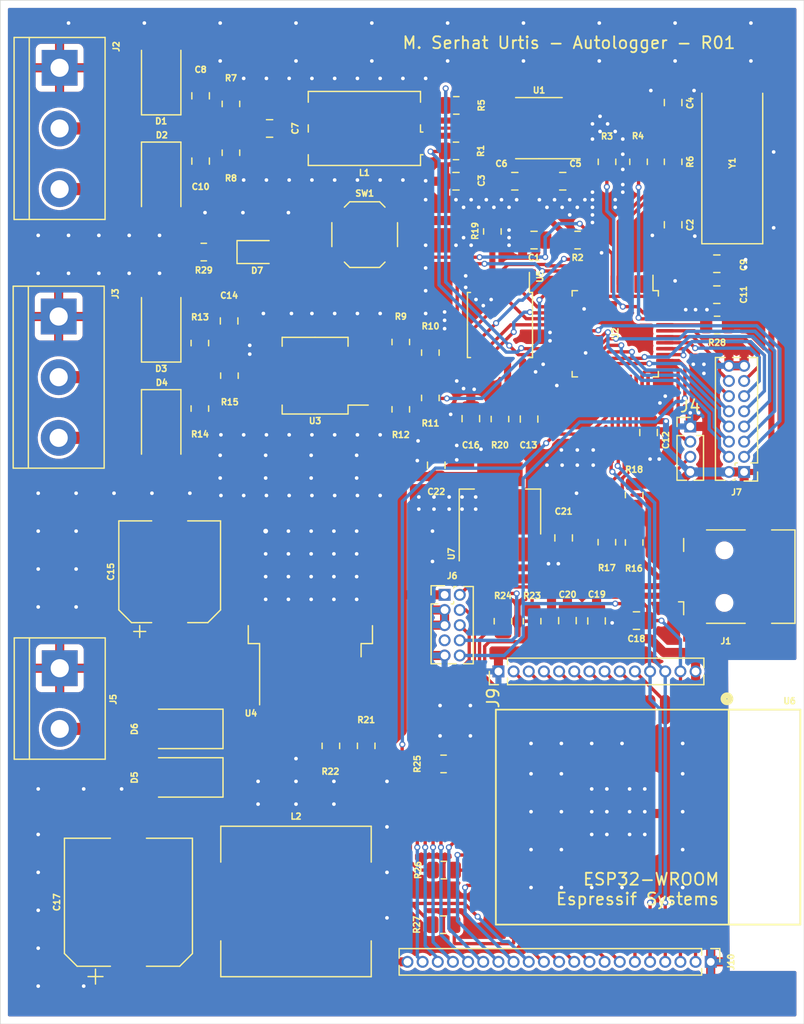
<source format=kicad_pcb>
(kicad_pcb (version 20211014) (generator pcbnew)
  (layers (0 "F.Cu" signal) (31 "B.Cu" signal) (34 "B.Paste" user) (35 "F.Paste" user) (36 "B.SilkS" user "B.Silkscreen") (37 "F.SilkS" user "F.Silkscreen") (38 "B.Mask" user) (39 "F.Mask" user) (44 "Edge.Cuts" user))
  (net 0 "")
  (net 1 "GND")
  (net 2 "Net-(C1-Pad1)")
  (net 3 "STM_OSC_IN")
  (net 4 "Net-(C3-Pad1)")
  (net 5 "STM_OSC_OUT")
  (net 6 "3V3")
  (net 7 "Net-(C7-Pad1)")
  (net 8 "CAN_L_OUT")
  (net 9 "CAN_H_OUT")
  (net 10 "Net-(C15-Pad1)")
  (net 11 "ESP_EN_RSTn")
  (net 12 "USB_5V")
  (net 13 "RS485_B")
  (net 14 "RS485_A")
  (net 15 "Net-(D5-Pad1)")
  (net 16 "V_IN")
  (net 17 "Net-(D7-Pad1)")
  (net 18 "Net-(J1-Pad6)")
  (net 19 "Net-(J1-Pad2)")
  (net 20 "Net-(J1-Pad3)")
  (net 21 "STM_SWDIO")
  (net 22 "STM_SWCLK")
  (net 23 "ESP_MTDI")
  (net 24 "Net-(J6-Pad7)")
  (net 25 "ESP_MTDO")
  (net 26 "ESP_MTCK")
  (net 27 "ESP_MTMS")
  (net 28 "STM_OUT11")
  (net 29 "STM_OUT10")
  (net 30 "STM_OUT9")
  (net 31 "STM_OUT8")
  (net 32 "STM_OUT7")
  (net 33 "STM_OUT6")
  (net 34 "STM_OUT5")
  (net 35 "STM_OUT4")
  (net 36 "STM_OUT3")
  (net 37 "STM_OUT2")
  (net 38 "STM_OUT1")
  (net 39 "STM_OUT0")
  (net 40 "ESP_OUT24")
  (net 41 "ESP_OUT23")
  (net 42 "ESP_OUT22")
  (net 43 "ESP_OUT21")
  (net 44 "ESP_OUT20")
  (net 45 "ESP_OUT19")
  (net 46 "ESP_OUT18")
  (net 47 "ESP_OUT17")
  (net 48 "ESP_OUT16")
  (net 49 "ESP_OUT15")
  (net 50 "ESP_OUT14")
  (net 51 "ESP_OUT13")
  (net 52 "ESP_OUT12")
  (net 53 "ESP_OUT11")
  (net 54 "ESP_OUT10")
  (net 55 "ESP_OUT9")
  (net 56 "ESP_OUT8")
  (net 57 "ESP_OUT7")
  (net 58 "ESP_OUT6")
  (net 59 "ESP_OUT5")
  (net 60 "ESP_OUT4")
  (net 61 "ESP_OUT3")
  (net 62 "ESP_OUT2")
  (net 63 "ESP_OUT1")
  (net 64 "ESP_OUT0")
  (net 65 "Net-(L1-Pad2)")
  (net 66 "Net-(L1-Pad1)")
  (net 67 "CAN_RS")
  (net 68 "CAN_TX")
  (net 69 "Net-(R3-Pad1)")
  (net 70 "CAN_RX")
  (net 71 "Net-(R4-Pad1)")
  (net 72 "CAN_EN")
  (net 73 "Net-(R5-Pad1)")
  (net 74 "RS485_DI")
  (net 75 "RS485_DE")
  (net 76 "RS485_REn")
  (net 77 "RS485_RO")
  (net 78 "STM_USB_DP")
  (net 79 "STM_USB_DM")
  (net 80 "Net-(R19-Pad2)")
  (net 81 "Net-(R20-Pad2)")
  (net 82 "Net-(R21-Pad1)")
  (net 83 "Net-(R23-Pad2)")
  (net 84 "Net-(R24-Pad2)")
  (net 85 "Net-(R25-Pad1)")
  (net 86 "Net-(R26-Pad1)")
  (net 87 "ESP_BOOT_OPT")
  (net 88 "Net-(R27-Pad1)")
  (net 89 "Net-(R28-Pad2)")
  (net 90 "ESP_TXD0")
  (net 91 "ESP_RXD0")
  (net 92 "FLASH_SPI_MOSI")
  (net 93 "FLASH_SPI_MISO")
  (net 94 "FLASH_SPI_CLK")
  (net 95 "FLASH_SPI_CSn")
  (net 96 "Net-(U2-Pad4)")
  (net 97 "Net-(U2-Pad3)")
  (net 98 "Net-(U2-Pad2)")
  (net 99 "Net-(U6-Pad32)")
  (footprint "Connector_PinHeader_1.27mm:PinHeader_1x21_P1.27mm_Vertical" (layer "F.Cu") (at 174.4345 131.318 -90)
    (fp_text reference "J10")
    (fp_text value "Conn_01x21" hide)
  )
  (footprint "Connector_PinHeader_1.27mm:PinHeader_1x14_P1.27mm_Vertical" (layer "F.Cu") (at 156.6545 106.9975 90)
    (fp_text reference "J9")
    (fp_text value "Conn_01x14" hide)
  )
  (footprint "Connector_USB:USB_Mini-B_Lumberg_2486_01_Horizontal" (layer "F.Cu") (at 175.5775 99.06 90)
    (fp_text reference "J1")
    (fp_text value "USB_B_Mini" hide)
  )
  (footprint "Capacitor_SMD:CP_Elec_8x10" (layer "F.Cu") (at 129.1209 98.6524 90)
    (fp_text reference "C15")
    (fp_text value "100uF" hide)
  )
  (footprint "Button_Switch_SMD:SW_SPST_TL3342" (layer "F.Cu") (at 145.4531 70.4215)
    (fp_text reference "SW1")
    (fp_text value "SW_SPST" hide)
  )
  (footprint "Package_TO_SOT_SMD:SOT-223-3_TabPin2" (layer "F.Cu") (at 156.7815 93.6375 90)
    (fp_text reference "U7")
    (fp_text value "AMS1117-3.3" hide)
  )
  (footprint "Crystal:Crystal_SMD_HC49-SD" (layer "F.Cu") (at 176.2379 64.4861 90)
    (fp_text reference "Y1")
    (fp_text value "8MHz 16pF" hide)
  )
  (footprint "esp32:ESP32-WROOM" (layer "F.Cu") (at 169.1883 119.1974 90)
    (fp_text reference "U6")
    (fp_text value "ESP32-WROOM" hide)
  )
  (footprint "Package_SO:SOIC-8_5.23x5.23mm_P1.27mm" (layer "F.Cu") (at 156.7815 77.9907 -90)
    (fp_text reference "U5")
    (fp_text value "W25Q32JVSS" hide)
  )
  (footprint "Package_TO_SOT_SMD:TO-263-5_TabPin3" (layer "F.Cu") (at 140.9029 101.7178 90)
    (fp_text reference "U4")
    (fp_text value "LM2576S-ADJ" hide)
  )
  (footprint "Package_QFP:LQFP-48_7x7mm_P0.5mm" (layer "F.Cu") (at 166.4375 78.7242 -90)
    (fp_text reference "U2")
    (fp_text value "STM32F103C8Tx" hide)
  )
  (footprint "Resistor_SMD:R_0805_2012Metric" (layer "F.Cu") (at 157.0355 102.7957 -90)
    (fp_text reference "R24")
    (fp_text value "100R" hide)
  )
  (footprint "Resistor_SMD:R_0805_2012Metric" (layer "F.Cu") (at 159.4739 102.7938 -90)
    (fp_text reference "R23")
    (fp_text value "100R" hide)
  )
  (footprint "Resistor_SMD:R_0805_2012Metric" (layer "F.Cu") (at 171.2849 64.3236 90)
    (fp_text reference "R6")
    (fp_text value "1M" hide)
  )
  (footprint "Resistor_SMD:R_0805_2012Metric" (layer "F.Cu") (at 165.7477 64.3255 -90)
    (fp_text reference "R3")
    (fp_text value "200R" hide)
  )
  (footprint "Resistor_SMD:R_0805_2012Metric" (layer "F.Cu") (at 163.282 70.8787 180)
    (fp_text reference "R2")
    (fp_text value "4K7" hide)
  )
  (footprint "Package_SO:SOIC-8_3.9x4.9mm_P1.27mm" (layer "F.Cu") (at 160.0439 61.5061 180)
    (fp_text reference "U1")
    (fp_text value "SN65HVD234" hide)
  )
  (footprint "Resistor_SMD:R_0805_2012Metric" (layer "F.Cu") (at 168.3893 64.3236 -90)
    (fp_text reference "R4")
    (fp_text value "200R" hide)
  )
  (footprint "Resistor_SMD:R_0805_2012Metric" (layer "F.Cu") (at 142.621 113.2332 90)
    (fp_text reference "R22")
    (fp_text value "1K6" hide)
  )
  (footprint "Resistor_SMD:R_0805_2012Metric" (layer "F.Cu") (at 131.9765 71.882 180)
    (fp_text reference "R29")
    (fp_text value "330R" hide)
  )
  (footprint "Resistor_SMD:R_0805_2012Metric" (layer "F.Cu") (at 174.966 77.9907 180)
    (fp_text reference "R28")
    (fp_text value "10K" hide)
  )
  (footprint "Resistor_SMD:R_0805_2012Metric" (layer "F.Cu") (at 156.7815 85.8647 90)
    (fp_text reference "R20")
    (fp_text value "3K3" hide)
  )
  (footprint "Resistor_SMD:R_0805_2012Metric" (layer "F.Cu") (at 134.1247 82.2325 90)
    (fp_text reference "R15")
    (fp_text value "120R" hide)
  )
  (footprint "Resistor_SMD:R_0805_2012Metric" (layer "F.Cu") (at 165.735 96.179 90)
    (fp_text reference "R17")
    (fp_text value "20R" hide)
  )
  (footprint "Resistor_SMD:R_0805_2012Metric" (layer "F.Cu") (at 148.4757 85.05 90)
    (fp_text reference "R12")
    (fp_text value "10K" hide)
  )
  (footprint "Resistor_SMD:R_0805_2012Metric" (layer "F.Cu") (at 131.6482 84.9865 -90)
    (fp_text reference "R14")
    (fp_text value "R" hide)
  )
  (footprint "Resistor_SMD:R_0805_2012Metric" (layer "F.Cu") (at 153.1239 59.6011 180)
    (fp_text reference "R5")
    (fp_text value "200R" hide)
  )
  (footprint "Resistor_SMD:R_0805_2012Metric" (layer "F.Cu") (at 134.2517 63.5635 -90)
    (fp_text reference "R8")
    (fp_text value "60R" hide)
  )
  (footprint "Resistor_SMD:R_0805_2012Metric" (layer "F.Cu") (at 134.2517 59.476 90)
    (fp_text reference "R7")
    (fp_text value "60R" hide)
  )
  (footprint "Resistor_SMD:R_0805_2012Metric" (layer "F.Cu") (at 150.9522 84.0975 90)
    (fp_text reference "R11")
    (fp_text value "10K" hide)
  )
  (footprint "Inductor_SMD:L_12x12mm_H8mm" (layer "F.Cu") (at 139.7 126.2634)
    (fp_text reference "L2")
    (fp_text value "68uH 3.5A" hide)
  )
  (footprint "Resistor_SMD:R_0805_2012Metric" (layer "F.Cu") (at 152.0425 128.2065 180)
    (fp_text reference "R27")
    (fp_text value "100R" hide)
  )
  (footprint "Resistor_SMD:R_0805_2012Metric" (layer "F.Cu") (at 152.0825 123.6345 180)
    (fp_text reference "R26")
    (fp_text value "100R" hide)
  )
  (footprint "Resistor_SMD:R_0805_2012Metric" (layer "F.Cu") (at 131.6482 79.502 -90)
    (fp_text reference "R13")
    (fp_text value "R" hide)
  )
  (footprint "Resistor_SMD:R_0805_2012Metric" (layer "F.Cu") (at 153.1004 63.4111 180)
    (fp_text reference "R1")
    (fp_text value "200R" hide)
  )
  (footprint "Resistor_SMD:R_0805_2012Metric" (layer "F.Cu") (at 168.021 96.2025 90)
    (fp_text reference "R16")
    (fp_text value "20R" hide)
  )
  (footprint "Resistor_SMD:R_0805_2012Metric" (layer "F.Cu") (at 148.4757 79.415 -90)
    (fp_text reference "R9")
    (fp_text value "10K" hide)
  )
  (footprint "Resistor_SMD:R_0805_2012Metric" (layer "F.Cu") (at 156.1465 70.1567 -90)
    (fp_text reference "R19")
    (fp_text value "3K3" hide)
  )
  (footprint "Resistor_SMD:R_0805_2012Metric" (layer "F.Cu") (at 152.059 114.7445 180)
    (fp_text reference "R25")
    (fp_text value "100R" hide)
  )
  (footprint "Resistor_SMD:R_0805_2012Metric" (layer "F.Cu") (at 145.5801 113.2313 -90)
    (fp_text reference "R21")
    (fp_text value "2K7" hide)
  )
  (footprint "Resistor_SMD:R_0805_2012Metric" (layer "F.Cu") (at 150.9522 80.304 -90)
    (fp_text reference "R10")
    (fp_text value "10K" hide)
  )
  (footprint "Resistor_SMD:R_0805_2012Metric" (layer "F.Cu") (at 168.021 92.2255 90)
    (fp_text reference "R18")
    (fp_text value "4K7" hide)
  )
  (footprint "Package_SO:SO-8_5.3x6.2mm_P1.27mm" (layer "F.Cu") (at 141.3002 82.2325 180)
    (fp_text reference "U3")
    (fp_text value "MAX3485" hide)
  )
  (footprint "Capacitor_SMD:C_0805_2012Metric" (layer "F.Cu") (at 162.433 102.7455 90)
    (fp_text reference "C20")
    (fp_text value "100nF" hide)
  )
  (footprint "Diode_SMD:D_SMA" (layer "F.Cu") (at 128.4097 66.0715 -90)
    (fp_text reference "D2")
    (fp_text value "D_TVS" hide)
  )
  (footprint "Inductor_SMD:L_CommonMode_Wuerth_WE-SL2" (layer "F.Cu") (at 145.4277 61.5315 180)
    (fp_text reference "L1")
    (fp_text value "ACT45B-510-2P-TL003" hide)
  )
  (footprint "Diode_SMD:D_0805_2012Metric" (layer "F.Cu") (at 136.4465 71.882)
    (fp_text reference "D7")
    (fp_text value "GRN" hide)
  )
  (footprint "Connector_PinHeader_1.27mm:PinHeader_2x08_P1.27mm_Vertical" (layer "F.Cu") (at 177.2285 90.297 180)
    (fp_text reference "J7")
    (fp_text value "Conn_02x08_Odd_Even" hide)
  )
  (footprint "Connector_PinHeader_1.27mm:PinHeader_2x05_P1.27mm_Vertical" (layer "F.Cu") (at 152.146 100.584)
    (fp_text reference "J6")
    (fp_text value "Conn_02x05_Odd_Even" hide)
  )
  (footprint "TerminalBlock:TerminalBlock_bornier-2_P5.08mm" (layer "F.Cu") (at 119.9134 106.7308 -90)
    (fp_text reference "J5")
    (fp_text value "Screw_Terminal_01x02" hide)
  )
  (footprint "Connector_PinHeader_1.27mm:PinHeader_1x04_P1.27mm_Vertical" (layer "F.Cu") (at 172.72 86.487)
    (fp_text reference "J4")
    (fp_text value "Conn_01x04_Female" hide)
  )
  (footprint "TerminalBlock:TerminalBlock_bornier-3_P5.08mm" (layer "F.Cu") (at 119.8245 77.2795 -90)
    (fp_text reference "J3")
    (fp_text value "Screw_Terminal_01x03" hide)
  )
  (footprint "TerminalBlock:TerminalBlock_bornier-3_P5.08mm" (layer "F.Cu") (at 119.9007 56.4515 -90)
    (fp_text reference "J2")
    (fp_text value "Screw_Terminal_01x03" hide)
  )
  (footprint "Diode_SMD:D_SMA" (layer "F.Cu") (at 128.4097 77.6925 90)
    (fp_text reference "D3")
    (fp_text value "D_TVS" hide)
  )
  (footprint "Diode_SMD:D_SMA" (layer "F.Cu") (at 130.1877 111.8108 180)
    (fp_text reference "D6")
    (fp_text value "1N4001-M1-S1A" hide)
  )
  (footprint "Diode_SMD:D_SMA" (layer "F.Cu") (at 130.1877 115.8748 180)
    (fp_text reference "D5")
    (fp_text value "1N5823-SSXX" hide)
  )
  (footprint "Diode_SMD:D_SMA" (layer "F.Cu") (at 128.4097 86.8045 -90)
    (fp_text reference "D4")
    (fp_text value "D_TVS" hide)
  )
  (footprint "Capacitor_SMD:C_0805_2012Metric" (layer "F.Cu") (at 151.4475 89.728 90)
    (fp_text reference "C22")
    (fp_text value "22uF" hide)
  )
  (footprint "Diode_SMD:D_SMA" (layer "F.Cu") (at 128.4097 56.9915 90)
    (fp_text reference "D1")
    (fp_text value "D_TVS" hide)
  )
  (footprint "Capacitor_SMD:C_0805_2012Metric" (layer "F.Cu") (at 162.1155 95.819 90)
    (fp_text reference "C21")
    (fp_text value "10uF" hide)
  )
  (footprint "Capacitor_SMD:C_0805_2012Metric" (layer "F.Cu") (at 164.8714 102.7709 90)
    (fp_text reference "C19")
    (fp_text value "10uF" hide)
  )
  (footprint "Capacitor_SMD:CP_Elec_10x10.5" (layer "F.Cu") (at 125.6665 126.3269 90)
    (fp_text reference "C17")
    (fp_text value "1000uF" hide)
  )
  (footprint "Capacitor_SMD:C_0805_2012Metric" (layer "F.Cu") (at 154.3431 85.8291 90)
    (fp_text reference "C16")
    (fp_text value "100nF" hide)
  )
  (footprint "Capacitor_SMD:C_0805_2012Metric" (layer "F.Cu") (at 134.0993 77.6503 90)
    (fp_text reference "C14")
    (fp_text value "100nF" hide)
  )
  (footprint "Capacitor_SMD:C_0805_2012Metric" (layer "F.Cu") (at 159.2199 85.8647 -90)
    (fp_text reference "C13")
    (fp_text value "100nF" hide)
  )
  (footprint "Capacitor_SMD:C_0805_2012Metric" (layer "F.Cu") (at 174.9425 75.4507)
    (fp_text reference "C11")
    (fp_text value "100nF" hide)
  )
  (footprint "Capacitor_SMD:C_0805_2012Metric" (layer "F.Cu") (at 174.9425 72.8599)
    (fp_text reference "C9")
    (fp_text value "100nF" hide)
  )
  (footprint "Capacitor_SMD:C_0805_2012Metric" (layer "F.Cu") (at 137.4877 61.5315)
    (fp_text reference "C7")
    (fp_text value "100pF" hide)
  )
  (footprint "Capacitor_SMD:C_0805_2012Metric" (layer "F.Cu") (at 159.6365 70.8787 180)
    (fp_text reference "C1")
    (fp_text value "100nF" hide)
  )
  (footprint "Capacitor_SMD:C_0805_2012Metric" (layer "F.Cu") (at 158.0261 65.9511 180)
    (fp_text reference "C6")
    (fp_text value "100nF" hide)
  )
  (footprint "Capacitor_SMD:C_0805_2012Metric" (layer "F.Cu") (at 162.0393 65.9511)
    (fp_text reference "C5")
    (fp_text value "10uF" hide)
  )
  (footprint "Capacitor_SMD:C_0805_2012Metric" (layer "F.Cu") (at 153.0985 65.9511 180)
    (fp_text reference "C3")
    (fp_text value "22pF" hide)
  )
  (footprint "Capacitor_SMD:C_0805_2012Metric" (layer "F.Cu") (at 171.2849 69.5935 -90)
    (fp_text reference "C2")
    (fp_text value "22pF" hide)
  )
  (footprint "Capacitor_SMD:C_0805_2012Metric" (layer "F.Cu") (at 168.214 102.743 180)
    (fp_text reference "C18")
    (fp_text value "100nF" hide)
  )
  (footprint "Capacitor_SMD:C_0805_2012Metric" (layer "F.Cu") (at 131.7117 58.7985 90)
    (fp_text reference "C8")
    (fp_text value "100pF" hide)
  )
  (footprint "Capacitor_SMD:C_0805_2012Metric" (layer "F.Cu") (at 169.2275 86.9925 -90)
    (fp_text reference "C12")
    (fp_text value "100nF" hide)
  )
  (footprint "Capacitor_SMD:C_0805_2012Metric" (layer "F.Cu") (at 131.7117 64.2645 -90)
    (fp_text reference "C10")
    (fp_text value "100pF" hide)
  )
  (footprint "Capacitor_SMD:C_0805_2012Metric" (layer "F.Cu") (at 171.2849 59.3623 90)
    (fp_text reference "C4")
    (fp_text value "22pF" hide)
  )
  (gr_line (start 114.935 136.525) (end 114.935 50.8) (layer "Edge.Cuts") (width 0.05))
  (gr_line (start 114.935 50.8) (end 182.245 50.8) (layer "Edge.Cuts") (width 0.05))
  (gr_line (start 182.245 50.8) (end 182.245 136.525) (layer "Edge.Cuts") (width 0.05))
  (gr_line (start 182.245 136.525) (end 114.935 136.525) (layer "Edge.Cuts") (width 0.05))
  (gr_text "M. Serhat Urtis - Autologger - R01" (at 162.56 54.356) (layer "F.SilkS") (effects (font (size 1 1))))
  (segment (start 170.18 84.3915) (end 170.6245 83.947) (width 0.762) (layer "F.Cu") (net 1))
  (segment (start 170.18 84.5185) (end 170.18 84.3915) (width 0.762) (layer "F.Cu") (net 1))
  (segment (start 172.72 85.344) (end 173.054813 85.009187) (width 0.762) (layer "F.Cu") (net 1))
  (segment (start 173.054813 81.360813) (end 172.974 81.28) (width 0.762) (layer "F.Cu") (net 1))
  (segment (start 173.054813 85.009187) (end 173.054813 81.360813) (width 0.762) (layer "F.Cu") (net 1))
  (segment (start 172.72 86.0425) (end 173.4185 85.344) (width 0.762) (layer "F.Cu") (net 1))
  (segment (start 172.72 86.487) (end 172.72 86.0425) (width 0.762) (layer "F.Cu") (net 1))
  (segment (start 172.72 85.344) (end 173.4185 85.344) (width 0.762) (layer "F.Cu") (net 1))
  (segment (start 172.72 86.487) (end 172.72 85.344) (width 0.762) (layer "F.Cu") (net 1))
  (segment (start 174.4383 128.1974) (end 174.4383 131.3142) (width 0.762) (layer "F.Cu") (net 1))
  (segment (start 174.4383 131.3142) (end 174.4345 131.318) (width 0.762) (layer "F.Cu") (net 1))
  (segment (start 172.974 81.28) (end 173.69741 81.28) (width 0.762) (layer "F.Cu") (net 1))
  (segment (start 173.69741 81.28) (end 173.780205 81.362795) (width 0.762) (layer "F.Cu") (net 1))
  (segment (start 170.6 76.4742) (end 172.1052 76.4742) (width 0.2794) (layer "F.Cu") (net 1))
  (segment (start 172.1052 76.4742) (end 172.339 76.708) (width 0.2794) (layer "F.Cu") (net 1))
  (segment (start 172.339 76.708) (end 173.1645 76.708) (width 0.2794) (layer "F.Cu") (net 1))
  (segment (start 160.7068 80.9742) (end 160.401 81.28) (width 0.2794) (layer "F.Cu") (net 1))
  (segment (start 162.275 80.9742) (end 160.7068 80.9742) (width 0.2794) (layer "F.Cu") (net 1))
  (segment (start 165.6875 74.5617) (end 165.6875 72.3425) (width 0.2794) (layer "F.Cu") (net 1))
  (segment (start 165.6875 72.3425) (end 165.2905 71.9455) (width 0.2794) (layer "F.Cu") (net 1))
  (segment (start 174.117 76.708) (end 174.6352 76.708) (width 0.2794) (layer "F.Cu") (net 1))
  (segment (start 174.6352 76.708) (end 175.8925 75.4507) (width 0.2794) (layer "F.Cu") (net 1))
  (segment (start 173.1645 76.708) (end 174.117 76.708) (width 0.2794) (layer "F.Cu") (net 1))
  (segment (start 172.974 81.28) (end 173.4185 81.7245) (width 0.508) (layer "F.Cu") (net 1))
  (segment (start 173.4185 81.7245) (end 173.4185 85.344) (width 0.508) (layer "F.Cu") (net 1))
  (segment (start 173.863 81.28) (end 173.863 82.042) (width 0.508) (layer "F.Cu") (net 1))
  (segment (start 173.863 82.042) (end 173.863 84.8995) (width 0.508) (layer "F.Cu") (net 1))
  (segment (start 173.863 84.8995) (end 173.4185 85.344) (width 0.508) (layer "F.Cu") (net 1))
  (segment (start 162.275 80.9742) (end 163.3103 80.9742) (width 0.2794) (layer "F.Cu") (net 1))
  (segment (start 163.3103 80.9742) (end 163.957 80.3275) (width 0.2794) (layer "F.Cu") (net 1))
  (segment (start 160.401 81.28) (end 159.766 81.915) (width 0.2794) (layer "F.Cu") (net 1))
  (segment (start 168.6875 82.8867) (end 168.6875 82.130026) (width 0.2794) (layer "F.Cu") (net 1))
  (segment (start 168.6875 82.130026) (end 168.960436 81.85709) (width 0.2794) (layer "F.Cu") (net 1))
  (segment (start 168.960436 81.85709) (end 169.414564 81.85709) (width 0.2794) (layer "F.Cu") (net 1))
  (segment (start 170.6245 83.067026) (end 170.6245 83.947) (width 0.2794) (layer "F.Cu") (net 1))
  (segment (start 169.414564 81.85709) (end 170.6245 83.067026) (width 0.2794) (layer "F.Cu") (net 1))
  (via (at 140.97 90.805) (size 0.7112) (drill 0.3048) (layers "F.Cu" "B.Cu") (net 1))
  (via (at 166.1795 102.9335) (size 0.508) (drill 0.3048) (layers "F.Cu" "B.Cu") (net 1))
  (via (at 170.18 84.5185) (size 0.508) (drill 0.3048) (layers "F.Cu" "B.Cu") (net 1))
  (via (at 172.974 81.28) (size 0.508) (drill 0.3048) (layers "F.Cu" "B.Cu") (net 1))
  (via (at 173.4185 85.344) (size 0.508) (drill 0.3048) (layers "F.Cu" "B.Cu") (net 1))
  (via (at 173.863 82.042) (size 0.508) (drill 0.3048) (layers "F.Cu" "B.Cu") (net 1))
  (via (at 173.863 81.28) (size 0.508) (drill 0.3048) (layers "F.Cu" "B.Cu") (net 1))
  (via (at 170.6245 83.947) (size 0.508) (drill 0.3048) (layers "F.Cu" "B.Cu") (net 1))
  (via (at 172.339 76.708) (size 0.508) (drill 0.3048) (layers "F.Cu" "B.Cu") (net 1))
  (via (at 173.1645 76.708) (size 0.508) (drill 0.3048) (layers "F.Cu" "B.Cu") (net 1))
  (via (at 177.3555 72.517) (size 0.508) (drill 0.3048) (layers "F.Cu" "B.Cu") (net 1))
  (via (at 173.101 70.5485) (size 0.508) (drill 0.3048) (layers "F.Cu" "B.Cu") (net 1))
  (via (at 163.957 80.3275) (size 0.508) (drill 0.3048) (layers "F.Cu" "B.Cu") (net 1))
  (via (at 163.83 76.6445) (size 0.508) (drill 0.3048) (layers "F.Cu" "B.Cu") (net 1))
  (via (at 177.3555 73.152) (size 0.508) (drill 0.3048) (layers "F.Cu" "B.Cu") (net 1))
  (via (at 148.6535 57.3405) (size 0.508) (drill 0.3048) (layers "F.Cu" "B.Cu") (net 1))
  (via (at 139.319 77.0255) (size 0.508) (drill 0.3048) (layers "F.Cu" "B.Cu") (net 1))
  (via (at 153.9113 73.8759) (size 0.508) (drill 0.3048) (layers "F.Cu" "B.Cu") (net 1))
  (via (at 164.5285 67.5005) (size 0.508) (drill 0.3048) (layers "F.Cu" "B.Cu") (net 1))
  (via (at 160.7185 68.1355) (size 0.508) (drill 0.3048) (layers "F.Cu" "B.Cu") (net 1))
  (via (at 164.5285 69.4055) (size 0.508) (drill 0.3048) (layers "F.Cu" "B.Cu") (net 1))
  (via (at 141.0335 77.0255) (size 0.508) (drill 0.3048) (layers "F.Cu" "B.Cu") (net 1))
  (via (at 150.5585 71.3105) (size 0.508) (drill 0.3048) (layers "F.Cu" "B.Cu") (net 1))
  (via (at 148.6535 65.8495) (size 0.508) (drill 0.3048) (layers "F.Cu" "B.Cu") (net 1))
  (via (at 144.8435 92.2655) (size 0.508) (drill 0.3048) (layers "F.Cu" "B.Cu") (net 1))
  (via (at 150.5585 65.913) (size 0.508) (drill 0.3048) (layers "F.Cu" "B.Cu") (net 1))
  (via (at 158.1785 67.5005) (size 0.508) (drill 0.3048) (layers "F.Cu" "B.Cu") (net 1))
  (via (at 133.4135 87.1855) (size 0.508) (drill 0.3048) (layers "F.Cu" "B.Cu") (net 1))
  (via (at 146.7485 77.0255) (size 0.508) (drill 0.3048) (layers "F.Cu" "B.Cu") (net 1))
  (via (at 142.9385 77.0255) (size 0.508) (drill 0.3048) (layers "F.Cu" "B.Cu") (net 1))
  (via (at 144.8435 77.0255) (size 0.508) (drill 0.3048) (layers "F.Cu" "B.Cu") (net 1))
  (via (at 150.5585 57.3405) (size 0.508) (drill 0.3048) (layers "F.Cu" "B.Cu") (net 1))
  (via (at 167.0685 64.9605) (size 0.508) (drill 0.3048) (layers "F.Cu" "B.Cu") (net 1))
  (via (at 135.8265 79.6925) (size 0.508) (drill 0.3048) (layers "F.Cu" "B.Cu") (net 1))
  (via (at 135.8265 80.4291) (size 0.508) (drill 0.3048) (layers "F.Cu" "B.Cu") (net 1))
  (via (at 135.3185 87.1855) (size 0.508) (drill 0.3048) (layers "F.Cu" "B.Cu") (net 1))
  (via (at 137.2235 87.1855) (size 0.508) (drill 0.3048) (layers "F.Cu" "B.Cu") (net 1))
  (via (at 153.0985 67.5005) (size 0.508) (drill 0.3048) (layers "F.Cu" "B.Cu") (net 1))
  (via (at 150.5585 67.5005) (size 0.508) (drill 0.3048) (layers "F.Cu" "B.Cu") (net 1))
  (via (at 139.1285 87.1855) (size 0.508) (drill 0.3048) (layers "F.Cu" "B.Cu") (net 1))
  (via (at 153.7335 68.1355) (size 0.508) (drill 0.3048) (layers "F.Cu" "B.Cu") (net 1))
  (via (at 146.7485 92.2655) (size 0.508) (drill 0.3048) (layers "F.Cu" "B.Cu") (net 1))
  (via (at 137.2235 65.8495) (size 0.508) (drill 0.3048) (layers "F.Cu" "B.Cu") (net 1))
  (via (at 141.0335 87.1855) (size 0.508) (drill 0.3048) (layers "F.Cu" "B.Cu") (net 1))
  (via (at 154.3685 67.5005) (size 0.508) (drill 0.3048) (layers "F.Cu" "B.Cu") (net 1))
  (via (at 133.4135 92.2655) (size 0.508) (drill 0.3048) (layers "F.Cu" "B.Cu") (net 1))
  (via (at 164.5285 68.7705) (size 0.508) (drill 0.3048) (layers "F.Cu" "B.Cu") (net 1))
  (via (at 144.8435 65.8495) (size 0.508) (drill 0.3048) (layers "F.Cu" "B.Cu") (net 1))
  (via (at 155.0035 68.1355) (size 0.508) (drill 0.3048) (layers "F.Cu" "B.Cu") (net 1))
  (via (at 135.3185 57.3405) (size 0.508) (drill 0.3048) (layers "F.Cu" "B.Cu") (net 1))
  (via (at 150.5585 77.0255) (size 0.508) (drill 0.3048) (layers "F.Cu" "B.Cu") (net 1))
  (via (at 135.3185 65.8495) (size 0.508) (drill 0.3048) (layers "F.Cu" "B.Cu") (net 1))
  (via (at 152.654 85.471) (size 0.508) (drill 0.3048) (layers "F.Cu" "B.Cu") (net 1))
  (via (at 155.6385 67.5005) (size 0.508) (drill 0.3048) (layers "F.Cu" "B.Cu") (net 1))
  (via (at 164.5285 62.4205) (size 0.508) (drill 0.3048) (layers "F.Cu" "B.Cu") (net 1))
  (via (at 135.3185 92.2655) (size 0.508) (drill 0.3048) (layers "F.Cu" "B.Cu") (net 1))
  (via (at 165.1635 61.7855) (size 0.508) (drill 0.3048) (layers "F.Cu" "B.Cu") (net 1))
  (via (at 164.5285 66.8655) (size 0.508) (drill 0.3048) (layers "F.Cu" "B.Cu") (net 1))
  (via (at 156.2735 68.1355) (size 0.508) (drill 0.3048) (layers "F.Cu" "B.Cu") (net 1))
  (via (at 160.9725 78.613) (size 0.508) (drill 0.3048) (layers "F.Cu" "B.Cu") (net 1))
  (via (at 155.3845 76.3651) (size 0.508) (drill 0.3048) (layers "F.Cu" "B.Cu") (net 1))
  (via (at 150.5585 75.1205) (size 0.508) (drill 0.3048) (layers "F.Cu" "B.Cu") (net 1))
  (via (at 137.2235 57.3405) (size 0.508) (drill 0.3048) (layers "F.Cu" "B.Cu") (net 1))
  (via (at 139.1285 65.8495) (size 0.508) (drill 0.3048) (layers "F.Cu" "B.Cu") (net 1))
  (via (at 167.0685 66.8655) (size 0.508) (drill 0.3048) (layers "F.Cu" "B.Cu") (net 1))
  (via (at 164.5285 61.1505) (size 0.508) (drill 0.3048) (layers "F.Cu" "B.Cu") (net 1))
  (via (at 137.2235 92.2655) (size 0.508) (drill 0.3048) (layers "F.Cu" "B.Cu") (net 1))
  (via (at 152.146 78.2955) (size 0.508) (drill 0.3048) (layers "F.Cu" "B.Cu") (net 1))
  (via (at 157.5435 70.6755) (size 0.508) (drill 0.3048) (layers "F.Cu" "B.Cu") (net 1))
  (via (at 160.0835 67.5005) (size 0.508) (drill 0.3048) (layers "F.Cu" "B.Cu") (net 1))
  (via (at 167.0685 62.4205) (size 0.508) (drill 0.3048) (layers "F.Cu" "B.Cu") (net 1))
  (via (at 156.9085 67.5005) (size 0.508) (drill 0.3048) (layers "F.Cu" "B.Cu") (net 1))
  (via (at 141.0335 65.8495) (size 0.508) (drill 0.3048) (layers "F.Cu" "B.Cu") (net 1))
  (via (at 139.1285 57.3405) (size 0.508) (drill 0.3048) (layers "F.Cu" "B.Cu") (net 1))
  (via (at 164.5285 68.1355) (size 0.508) (drill 0.3048) (layers "F.Cu" "B.Cu") (net 1))
  (via (at 142.9385 87.1855) (size 0.508) (drill 0.3048) (layers "F.Cu" "B.Cu") (net 1))
  (via (at 163.8935 67.5005) (size 0.508) (drill 0.3048) (layers "F.Cu" "B.Cu") (net 1))
  (via (at 157.5435 71.3105) (size 0.508) (drill 0.3048) (layers "F.Cu" "B.Cu") (net 1))
  (via (at 157.5435 68.1355) (size 0.508) (drill 0.3048) (layers "F.Cu" "B.Cu") (net 1))
  (via (at 165.1635 60.5155) (size 0.508) (drill 0.3048) (layers "F.Cu" "B.Cu") (net 1))
  (via (at 152.146 76.8985) (size 0.508) (drill 0.3048) (layers "F.Cu" "B.Cu") (net 1))
  (via (at 167.0685 63.6905) (size 0.508) (drill 0.3048) (layers "F.Cu" "B.Cu") (net 1))
  (via (at 157.5435 70.0405) (size 0.508) (drill 0.3048) (layers "F.Cu" "B.Cu") (net 1))
  (via (at 166.4335 68.1355) (size 0.508) (drill 0.3048) (layers "F.Cu" "B.Cu") (net 1))
  (via (at 154.6225 83.3755) (size 0.508) (drill 0.3048) (layers "F.Cu" "B.Cu") (net 1))
  (via (at 139.1285 92.2655) (size 0.508) (drill 0.3048) (layers "F.Cu" "B.Cu") (net 1))
  (via (at 142.9385 65.8495) (size 0.508) (drill 0.3048) (layers "F.Cu" "B.Cu") (net 1))
  (via (at 141.0335 57.3405) (size 0.508) (drill 0.3048) (layers "F.Cu" "B.Cu") (net 1))
  (via (at 152.146 77.597) (size 0.508) (drill 0.3048) (layers "F.Cu" "B.Cu") (net 1))
  (via (at 165.7985 61.1505) (size 0.508) (drill 0.3048) (layers "F.Cu" "B.Cu") (net 1))
  (via (at 141.0335 92.2655) (size 0.508) (drill 0.3048) (layers "F.Cu" "B.Cu") (net 1))
  (via (at 142.9385 57.3405) (size 0.508) (drill 0.3048) (layers "F.Cu" "B.Cu") (net 1))
  (via (at 166.4335 61.7855) (size 0.508) (drill 0.3048) (layers "F.Cu" "B.Cu") (net 1))
  (via (at 163.2585 68.1355) (size 0.508) (drill 0.3048) (layers "F.Cu" "B.Cu") (net 1))
  (via (at 153.7335 83.312) (size 0.508) (drill 0.3048) (layers "F.Cu" "B.Cu") (net 1))
  (via (at 167.0685 66.2305) (size 0.508) (drill 0.3048) (layers "F.Cu" "B.Cu") (net 1))
  (via (at 162.6235 67.5005) (size 0.508) (drill 0.3048) (layers "F.Cu" "B.Cu") (net 1))
  (via (at 161.9885 68.1355) (size 0.508) (drill 0.3048) (layers "F.Cu" "B.Cu") (net 1))
  (via (at 144.8435 87.1855) (size 0.508) (drill 0.3048) (layers "F.Cu" "B.Cu") (net 1))
  (via (at 153.0985 71.3105) (size 0.508) (drill 0.3048) (layers "F.Cu" "B.Cu") (net 1))
  (via (at 153.162 82.677) (size 0.508) (drill 0.3048) (layers "F.Cu" "B.Cu") (net 1))
  (via (at 153.9113 74.8411) (size 0.508) (drill 0.3048) (layers "F.Cu" "B.Cu") (net 1))
  (via (at 144.8435 57.3405) (size 0.508) (drill 0.3048) (layers "F.Cu" "B.Cu") (net 1))
  (via (at 160.9725 79.3115) (size 0.508) (drill 0.3048) (layers "F.Cu" "B.Cu") (net 1))
  (via (at 146.7485 65.8495) (size 0.508) (drill 0.3048) (layers "F.Cu" "B.Cu") (net 1))
  (via (at 162.6235 68.7705) (size 0.508) (drill 0.3048) (layers "F.Cu" "B.Cu") (net 1))
  (via (at 142.9385 92.2655) (size 0.508) (drill 0.3048) (layers "F.Cu" "B.Cu") (net 1))
  (via (at 146.7485 87.1855) (size 0.508) (drill 0.3048) (layers "F.Cu" "B.Cu") (net 1))
  (via (at 154.3685 71.3105) (size 0.508) (drill 0.3048) (layers "F.Cu" "B.Cu") (net 1))
  (via (at 156.0449 75.8571) (size 0.508) (drill 0.3048) (layers "F.Cu" "B.Cu") (net 1))
  (via (at 153.7335 70.6755) (size 0.508) (drill 0.3048) (layers "F.Cu" "B.Cu") (net 1))
  (via (at 150.5585 73.2155) (size 0.508) (drill 0.3048) (layers "F.Cu" "B.Cu") (net 1))
  (via (at 154.7749 75.8571) (size 0.508) (drill 0.3048) (layers "F.Cu" "B.Cu") (net 1))
  (via (at 166.4335 67.5005) (size 0.508) (drill 0.3048) (layers "F.Cu" "B.Cu") (net 1))
  (via (at 136.9695 77.0255) (size 0.508) (drill 0.3048) (layers "F.Cu" "B.Cu") (net 1))
  (via (at 146.7485 57.3405) (size 0.508) (drill 0.3048) (layers "F.Cu" "B.Cu") (net 1))
  (via (at 161.3535 67.5005) (size 0.508) (drill 0.3048) (layers "F.Cu" "B.Cu") (net 1))
  (via (at 163.2585 89.7255) (size 0.508) (drill 0.3048) (layers "F.Cu" "B.Cu") (net 1))
  (via (at 153.6065 93.4085) (size 0.508) (drill 0.3048) (layers "F.Cu" "B.Cu") (net 1))
  (via (at 160.7185 89.7255) (size 0.508) (drill 0.3048) (layers "F.Cu" "B.Cu") (net 1))
  (via (at 160.8455 97.9805) (size 0.508) (drill 0.3048) (layers "F.Cu" "B.Cu") (net 1))
  (via (at 161.671 97.9805) (size 0.508) (drill 0.3048) (layers "F.Cu" "B.Cu") (net 1))
  (via (at 154.7495 93.4085) (size 0.508) (drill 0.3048) (layers "F.Cu" "B.Cu") (net 1))
  (via (at 164.592 89.7255) (size 0.508) (drill 0.3048) (layers "F.Cu" "B.Cu") (net 1))
  (via (at 161.9885 89.7255) (size 0.508) (drill 0.3048) (layers "F.Cu" "B.Cu") (net 1))
  (via (at 164.592 88.4555) (size 0.508) (drill 0.3048) (layers "F.Cu" "B.Cu") (net 1))
  (via (at 163.2585 88.4555) (size 0.508) (drill 0.3048) (layers "F.Cu" "B.Cu") (net 1))
  (via (at 161.925 88.4555) (size 0.508) (drill 0.3048) (layers "F.Cu" "B.Cu") (net 1))
  (via (at 170.1165 89.2175) (size 0.508) (drill 0.3048) (layers "F.Cu" "B.Cu") (net 1))
  (via (at 169.3545 89.2175) (size 0.508) (drill 0.3048) (layers "F.Cu" "B.Cu") (net 1))
  (via (at 172.72 85.344) (size 0.508) (drill 0.3048) (layers "F.Cu" "B.Cu") (net 1))
  (via (at 161.544 83.058) (size 0.508) (drill 0.3048) (layers "F.Cu" "B.Cu") (net 1))
  (via (at 173.0375 58.3565) (size 0.508) (drill 0.3048) (layers "F.Cu" "B.Cu") (net 1))
  (via (at 169.418 58.3565) (size 0.508) (drill 0.3048) (layers "F.Cu" "B.Cu") (net 1))
  (via (at 169.545 70.485) (size 0.508) (drill 0.3048) (layers "F.Cu" "B.Cu") (net 1))
  (via (at 149.86 89.3445) (size 0.508) (drill 0.3048) (layers "F.Cu" "B.Cu") (net 1))
  (via (at 149.9235 87.6935) (size 0.508) (drill 0.3048) (layers "F.Cu" "B.Cu") (net 1))
  (via (at 153.162 88.0745) (size 0.508) (drill 0.3048) (layers "F.Cu" "B.Cu") (net 1))
  (via (at 159.766 81.915) (size 0.508) (drill 0.3048) (layers "F.Cu" "B.Cu") (net 1))
  (via (at 155.194 88.392) (size 0.508) (drill 0.3048) (layers "F.Cu" "B.Cu") (net 1))
  (via (at 160.401 81.28) (size 0.508) (drill 0.3048) (layers "F.Cu" "B.Cu") (net 1))
  (via (at 151.257 92.3925) (size 0.508) (drill 0.3048) (layers "F.Cu" "B.Cu") (net 1))
  (via (at 153.6065 92.3925) (size 0.508) (drill 0.3048) (layers "F.Cu" "B.Cu") (net 1))
  (via (at 149.987 92.3925) (size 0.508) (drill 0.3048) (layers "F.Cu" "B.Cu") (net 1))
  (via (at 154.7495 92.3925) (size 0.508) (drill 0.3048) (layers "F.Cu" "B.Cu") (net 1))
  (via (at 151.257 93.4085) (size 0.508) (drill 0.3048) (layers "F.Cu" "B.Cu") (net 1))
  (via (at 152.527 92.3925) (size 0.508) (drill 0.3048) (layers "F.Cu" "B.Cu") (net 1))
  (via (at 152.527 93.4085) (size 0.508) (drill 0.3048) (layers "F.Cu" "B.Cu") (net 1))
  (via (at 149.987 93.4085) (size 0.508) (drill 0.3048) (layers "F.Cu" "B.Cu") (net 1))
  (via (at 165.2905 71.9455) (size 0.508) (drill 0.3048) (layers "F.Cu" "B.Cu") (net 1))
  (via (at 153.162 89.281) (size 0.508) (drill 0.3048) (layers "F.Cu" "B.Cu") (net 1))
  (via (at 174.117 76.708) (size 0.508) (drill 0.3048) (layers "F.Cu" "B.Cu") (net 1))
  (via (at 151.13 95.25) (size 0.7112) (drill 0.3048) (layers "F.Cu" "B.Cu") (net 1))
  (via (at 159.385 115.57) (size 0.7112) (drill 0.3048) (layers "F.Cu" "B.Cu") (net 1))
  (via (at 118.11 133.35) (size 0.7112) (drill 0.3048) (layers "F.Cu" "B.Cu") (net 1))
  (via (at 125.095 116.84) (size 0.7112) (drill 0.3048) (layers "F.Cu" "B.Cu") (net 1))
  (via (at 167.64 116.84) (size 0.7112) (drill 0.3048) (layers "F.Cu" "B.Cu") (net 1))
  (via (at 144.78 90.805) (size 0.7112) (drill 0.3048) (layers "F.Cu" "B.Cu") (net 1))
  (via (at 161.925 125.095) (size 0.7112) (drill 0.3048) (layers "F.Cu" "B.Cu") (net 1))
  (via (at 128.27 73.66) (size 0.7112) (drill 0.3048) (layers "F.Cu" "B.Cu") (net 1))
  (via (at 139.065 99.06) (size 0.7112) (drill 0.3048) (layers "F.Cu" "B.Cu") (net 1))
  (via (at 158.75 55.88) (size 0.7112) (drill 0.3048) (layers "F.Cu" "B.Cu") (net 1))
  (via (at 118.11 127) (size 0.7112) (drill 0.3048) (layers "F.Cu" "B.Cu") (net 1))
  (via (at 121.285 101.6) (size 0.7112) (drill 0.3048) (layers "F.Cu" "B.Cu") (net 1))
  (via (at 172.085 113.03) (size 0.7112) (drill 0.3048) (layers "F.Cu" "B.Cu") (net 1))
  (via (at 133.35 52.705) (size 0.7112) (drill 0.3048) (layers "F.Cu" "B.Cu") (net 1))
  (via (at 161.925 115.57) (size 0.7112) (drill 0.3048) (layers "F.Cu" "B.Cu") (net 1))
  (via (at 177.8 55.88) (size 0.7112) (drill 0.3048) (layers "F.Cu" "B.Cu") (net 1))
  (via (at 121.92 116.84) (size 0.7112) (drill 0.3048) (layers "F.Cu" "B.Cu") (net 1))
  (via (at 118.11 70.485) (size 0.7112) (drill 0.3048) (layers "F.Cu" "B.Cu") (net 1))
  (via (at 139.7 55.88) (size 0.7112) (drill 0.3048) (layers "F.Cu" "B.Cu") (net 1))
  (via (at 137.16 100.965) (size 0.7112) (drill 0.3048) (layers "F.Cu" "B.Cu") (net 1))
  (via (at 128.27 70.485) (size 0.7112) (drill 0.3048) (layers "F.Cu" "B.Cu") (net 1))
  (via (at 146.05 52.705) (size 0.7112) (drill 0.3048) (layers "F.Cu" "B.Cu") (net 1))
  (via (at 139.065 68.58) (size 0.7112) (drill 0.3048) (layers "F.Cu" "B.Cu") (net 1))
  (via (at 165.1 52.705) (size 0.7112) (drill 0.3048) (layers "F.Cu" "B.Cu") (net 1))
  (via (at 177.8 52.705) (size 0.7112) (drill 0.3048) (layers "F.Cu" "B.Cu") (net 1))
  (via (at 146.05 55.88) (size 0.7112) (drill 0.3048) (layers "F.Cu" "B.Cu") (net 1))
  (via (at 140.97 95.25) (size 0.7112) (drill 0.3048) (layers "F.Cu" "B.Cu") (net 1))
  (via (at 120.65 73.66) (size 0.7112) (drill 0.3048) (layers "F.Cu" "B.Cu") (net 1))
  (via (at 164.465 113.03) (size 0.7112) (drill 0.3048) (layers "F.Cu" "B.Cu") (net 1))
  (via (at 161.925 113.03) (size 0.7112) (drill 0.3048) (layers "F.Cu" "B.Cu") (net 1))
  (via (at 144.78 88.9) (size 0.7112) (drill 0.3048) (layers "F.Cu" "B.Cu") (net 1))
  (via (at 164.465 118.745) (size 0.7112) (drill 0.3048) (layers "F.Cu" "B.Cu") (net 1))
  (via (at 179.705 69.85) (size 0.7112) (drill 0.3048) (layers "F.Cu" "B.Cu") (net 1))
  (via (at 164.465 120.65) (size 0.7112) (drill 0.3048) (layers "F.Cu" "B.Cu") (net 1))
  (via (at 165.735 116.84) (size 0.7112) (drill 0.3048) (layers "F.Cu" "B.Cu") (net 1))
  (via (at 161.925 121.92) (size 0.7112) (drill 0.3048) (layers "F.Cu" "B.Cu") (net 1))
  (via (at 172.085 115.57) (size 0.7112) (drill 0.3048) (layers "F.Cu" "B.Cu") (net 1))
  (via (at 139.7 118.11) (size 0.7112) (drill 0.3048) (layers "F.Cu" "B.Cu") (net 1))
  (via (at 163.195 92.075) (size 0.7112) (drill 0.3048) (layers "F.Cu" "B.Cu") (net 1))
  (via (at 142.875 97.155) (size 0.7112) (drill 0.3048) (layers "F.Cu" "B.Cu") (net 1))
  (via (at 151.765 109.855) (size 0.7112) (drill 0.3048) (layers "F.Cu" "B.Cu") (net 1))
  (via (at 127 52.705) (size 0.7112) (drill 0.3048) (layers "F.Cu" "B.Cu") (net 1))
  (via (at 118.11 101.6) (size 0.7112) (drill 0.3048) (layers "F.Cu" "B.Cu") (net 1))
  (via (at 140.97 88.9) (size 0.7112) (drill 0.3048) (layers "F.Cu" "B.Cu") (net 1))
  (via (at 159.385 125.095) (size 0.7112) (drill 0.3048) (layers "F.Cu" "B.Cu") (net 1))
  (via (at 161.925 118.745) (size 0.7112) (drill 0.3048) (layers "F.Cu" "B.Cu") (net 1))
  (via (at 125.73 70.485) (size 0.7112) (drill 0.3048) (layers "F.Cu" "B.Cu") (net 1))
  (via (at 172.085 121.92) (size 0.7112) (drill 0.3048) (layers "F.Cu" "B.Cu") (net 1))
  (via (at 140.97 100.965) (size 0.7112) (drill 0.3048) (layers "F.Cu" "B.Cu") (net 1))
  (via (at 132.08 68.58) (size 0.7112) (drill 0.3048) (layers "F.Cu" "B.Cu") (net 1))
  (via (at 124.46 92.075) (size 0.7112) (drill 0.3048) (layers "F.Cu" "B.Cu") (net 1))
  (via (at 144.78 99.06) (size 0.7112) (drill 0.3048) (layers "F.Cu" "B.Cu") (net 1))
  (via (at 151.765 112.395) (size 0.7112) (drill 0.3048) (layers "F.Cu" "B.Cu") (net 1))
  (via (at 123.19 70.485) (size 0.7112) (drill 0.3048) (layers "F.Cu" "B.Cu") (net 1))
  (via (at 120.65 70.485) (size 0.7112) (drill 0.3048) (layers "F.Cu" "B.Cu") (net 1))
  (via (at 133.35 88.9) (size 0.7112) (drill 0.3048) (layers "F.Cu" "B.Cu") (net 1))
  (via (at 139.7 114.3) (size 0.7112) (drill 0.3048) (layers "F.Cu" "B.Cu") (net 1))
  (via (at 171.45 55.88) (size 0.7112) (drill 0.3048) (layers "F.Cu" "B.Cu") (net 1))
  (via (at 140.97 99.06) (size 0.7112) (drill 0.3048) (layers "F.Cu" "B.Cu") (net 1))
  (via (at 137.16 95.25) (size 0.8) (drill 0.4) (layers "F.Cu" "B.Cu") (net 1))
  (via (at 171.45 52.705) (size 0.7112) (drill 0.3048) (layers "F.Cu" "B.Cu") (net 1))
  (via (at 118.11 95.25) (size 0.7112) (drill 0.3048) (layers "F.Cu" "B.Cu") (net 1))
  (via (at 137.16 90.805) (size 0.7112) (drill 0.3048) (layers "F.Cu" "B.Cu") (net 1))
  (via (at 165.735 118.745) (size 0.7112) (drill 0.3048) (layers "F.Cu" "B.Cu") (net 1))
  (via (at 159.385 118.745) (size 0.7112) (drill 0.3048) (layers "F.Cu" "B.Cu") (net 1))
  (via (at 168.91 120.65) (size 0.7112) (drill 0.3048) (layers "F.Cu" "B.Cu") (net 1))
  (via (at 137.16 99.06) (size 0.7112) (drill 0.3048) (layers "F.Cu" "B.Cu") (net 1))
  (via (at 121.285 95.25) (size 0.7112) (drill 0.3048) (layers "F.Cu" "B.Cu") (net 1))
  (via (at 154.305 112.395) (size 0.7112) (drill 0.3048) (layers "F.Cu" "B.Cu") (net 1))
  (via (at 133.35 90.805) (size 0.7112) (drill 0.3048) (layers "F.Cu" "B.Cu") (net 1))
  (via (at 165.1 55.88) (size 0.7112) (drill 0.3048) (layers "F.Cu" "B.Cu") (net 1))
  (via (at 152.4 55.88) (size 0.7112) (drill 0.3048) (layers "F.Cu" "B.Cu") (net 1))
  (via (at 165.735 120.65) (size 0.7112) (drill 0.3048) (layers "F.Cu" "B.Cu") (net 1))
  (via (at 118.11 130.175) (size 0.7112) (drill 0.3048) (layers "F.Cu" "B.Cu") (net 1))
  (via (at 130.81 92.075) (size 0.7112) (drill 0.3048) (layers "F.Cu" "B.Cu") (net 1))
  (via (at 121.285 98.425) (size 0.7112) (drill 0.3048) (layers "F.Cu" "B.Cu") (net 1))
  (via (at 118.11 123.825) (size 0.7112) (drill 0.3048) (layers "F.Cu" "B.Cu") (net 1))
  (via (at 135.255 68.58) (size 0.7112) (drill 0.3048) (layers "F.Cu" "B.Cu") (net 1))
  (via (at 121.285 92.075) (size 0.7112) (drill 0.3048) (layers "F.Cu" "B.Cu") (net 1))
  (via (at 154.305 109.855) (size 0.7112) (drill 0.3048) (layers "F.Cu" "B.Cu") (net 1))
  (via (at 139.7 116.205) (size 0.7112) (drill 0.3048) (layers "F.Cu" "B.Cu") (net 1))
  (via (at 118.11 120.65) (size 0.7112) (drill 0.3048) (layers "F.Cu" "B.Cu") (net 1))
  (via (at 137.16 88.9) (size 0.7112) (drill 0.3048) (layers "F.Cu" "B.Cu") (net 1))
  (via (at 139.7 52.705) (size 0.7112) (drill 0.3048) (layers "F.Cu" "B.Cu") (net 1))
  (via (at 159.385 113.03) (size 0.7112) (drill 0.3048) (layers "F.Cu" "B.Cu") (net 1))
  (via (at 147.32 123.825) (size 0.7112) (drill 0.3048) (layers "F.Cu" "B.Cu") (net 1))
  (via (at 164.465 125.095) (size 0.7112) (drill 0.3048) (layers "F.Cu" "B.Cu") (net 1))
  (via (at 142.875 99.06) (size 0.7112) (drill 0.3048) (layers "F.Cu" "B.Cu") (net 1))
  (via (at 147.32 127.635) (size 0.7112) (drill 0.3048) (layers "F.Cu" "B.Cu") (net 1))
  (via (at 142.875 118.11) (size 0.7112) (drill 0.3048) (layers "F.Cu" "B.Cu") (net 1))
  (via (at 147.32 120.015) (size 0.7112) (drill 0.3048) (layers "F.Cu" "B.Cu") (net 1))
  (via (at 147.32 116.205) (size 0.7112) (drill 0.3048) (layers "F.Cu" "B.Cu") (net 1))
  (via (at 167.64 118.745) (size 0.7112) (drill 0.3048) (layers "F.Cu" "B.Cu") (net 1))
  (via (at 172.085 125.095) (size 0.7112) (drill 0.3048) (layers "F.Cu" "B.Cu") (net 1))
  (via (at 168.91 116.84) (size 0.7112) (drill 0.3048) (layers "F.Cu" "B.Cu") (net 1))
  (via (at 140.97 97.155) (size 0.7112) (drill 0.3048) (layers "F.Cu" "B.Cu") (net 1))
  (via (at 167.005 125.095) (size 0.7112) (drill 0.3048) (layers "F.Cu" "B.Cu") (net 1))
  (via (at 172.085 118.745) (size 0.7112) (drill 0.3048) (layers "F.Cu" "B.Cu") (net 1))
  (via (at 164.465 116.84) (size 0.7112) (drill 0.3048) (layers "F.Cu" "B.Cu") (net 1))
  (via (at 168.91 118.745) (size 0.7112) (drill 0.3048) (layers "F.Cu" "B.Cu") (net 1))
  (via (at 123.19 73.66) (size 0.7112) (drill 0.3048) (layers "F.Cu" "B.Cu") (net 1))
  (via (at 144.78 100.965) (size 0.7112) (drill 0.3048) (layers "F.Cu" "B.Cu") (net 1))
  (via (at 167.005 113.03) (size 0.7112) (drill 0.3048) (layers "F.Cu" "B.Cu") (net 1))
  (via (at 167.64 120.65) (size 0.7112) (drill 0.3048) (layers "F.Cu" "B.Cu") (net 1))
  (via (at 118.11 73.66) (size 0.7112) (drill 0.3048) (layers "F.Cu" "B.Cu") (net 1))
  (via (at 121.92 133.35) (size 0.7112) (drill 0.3048) (layers "F.Cu" "B.Cu") (net 1))
  (via (at 158.75 52.705) (size 0.7112) (drill 0.3048) (layers "F.Cu" "B.Cu") (net 1))
  (via (at 142.875 95.25) (size 0.7112) (drill 0.3048) (layers "F.Cu" "B.Cu") (net 1))
  (via (at 142.875 100.965) (size 0.7112) (drill 0.3048) (layers "F.Cu" "B.Cu") (net 1))
  (via (at 133.35 55.88) (size 0.7112) (drill 0.3048) (layers "F.Cu" "B.Cu") (net 1))
  (via (at 127.635 92.075) (size 0.7112) (drill 0.3048) (layers "F.Cu" "B.Cu") (net 1))
  (via (at 118.11 116.84) (size 0.7112) (drill 0.3048) (layers "F.Cu" "B.Cu") (net 1))
  (via (at 136.525 118.11) (size 0.7112) (drill 0.3048) (layers "F.Cu" "B.Cu") (net 1))
  (via (at 152.4 52.705) (size 0.7112) (drill 0.3048) (layers "F.Cu" "B.Cu") (net 1))
  (via (at 139.065 100.965) (size 0.7112) (drill 0.3048) (layers "F.Cu" "B.Cu") (net 1))
  (via (at 144.78 97.155) (size 0.7112) (drill 0.3048) (layers "F.Cu" "B.Cu") (net 1))
  (via (at 142.875 116.205) (size 0.7112) (drill 0.3048) (layers "F.Cu" "B.Cu") (net 1))
  (via (at 118.11 92.075) (size 0.7112) (drill 0.3048) (layers "F.Cu" "B.Cu") (net 1))
  (via (at 139.065 95.25) (size 0.7112) (drill 0.3048) (layers "F.Cu" "B.Cu") (net 1))
  (via (at 151.13 97.79) (size 0.7112) (drill 0.3048) (layers "F.Cu" "B.Cu") (net 1))
  (via (at 136.525 116.205) (size 0.7112) (drill 0.3048) (layers "F.Cu" "B.Cu") (net 1))
  (via (at 159.385 121.92) (size 0.7112) (drill 0.3048) (layers "F.Cu" "B.Cu") (net 1))
  (via (at 171.45 74.295) (size 0.7112) (drill 0.3048) (layers "F.Cu" "B.Cu") (net 1))
  (via (at 144.78 95.25) (size 0.7112) (drill 0.3048) (layers "F.Cu" "B.Cu") (net 1))
  (via (at 125.73 73.66) (size 0.7112) (drill 0.3048) (layers "F.Cu" "B.Cu") (net 1))
  (via (at 120.65 52.705) (size 0.7112) (drill 0.3048) (layers "F.Cu" "B.Cu") (net 1))
  (via (at 179.705 63.5) (size 0.7112) (drill 0.3048) (layers "F.Cu" "B.Cu") (net 1))
  (via (at 139.065 97.155) (size 0.7112) (drill 0.3048) (layers "F.Cu" "B.Cu") (net 1))
  (via (at 118.11 98.425) (size 0.7112) (drill 0.3048) (layers "F.Cu" "B.Cu") (net 1))
  (via (at 137.16 97.155) (size 0.7112) (drill 0.3048) (layers "F.Cu" "B.Cu") (net 1))
  (segment (start 148.6108 72.3138) (end 148.6031 72.3215) (width 0.2794) (layer "F.Cu") (net 2))
  (segment (start 155.080653 72.3138) (end 148.6108 72.3138) (width 0.2794) (layer "F.Cu") (net 2))
  (segment (start 160.5661 70.8991) (end 160.5865 70.8787) (width 0.2794) (layer "F.Cu") (net 2))
  (segment (start 160.5661 72.3011) (end 160.5661 70.8991) (width 0.2794) (layer "F.Cu") (net 2))
  (segment (start 164.1945 70.8787) (end 164.1945 70.2399) (width 0.2794) (layer "F.Cu") (net 2))
  (segment (start 164.1945 70.2399) (end 163.4617 69.5071) (width 0.2794) (layer "F.Cu") (net 2))
  (segment (start 165.03193 70.8787) (end 166.1875 72.03427) (width 0.2794) (layer "F.Cu") (net 2))
  (segment (start 164.1945 70.8787) (end 165.03193 70.8787) (width 0.2794) (layer "F.Cu") (net 2))
  (segment (start 166.1875 72.03427) (end 166.1875 74.5617) (width 0.2794) (layer "F.Cu") (net 2))
  (segment (start 148.6031 72.3215) (end 142.3031 72.3215) (width 0.635) (layer "F.Cu") (net 2))
  (via (at 155.080653 72.3138) (size 0.508) (drill 0.3048) (layers "F.Cu" "B.Cu") (net 2))
  (via (at 163.4617 69.5071) (size 0.508) (drill 0.3048) (layers "F.Cu" "B.Cu") (net 2))
  (via (at 160.5661 72.3011) (size 0.508) (drill 0.3048) (layers "F.Cu" "B.Cu") (net 2))
  (segment (start 163.4617 69.5071) (end 161.6837 69.5071) (width 0.2794) (layer "B.Cu") (net 2))
  (segment (start 161.6837 69.5071) (end 160.5661 70.6247) (width 0.2794) (layer "B.Cu") (net 2))
  (segment (start 160.5661 70.6247) (end 160.5661 72.3011) (width 0.2794) (layer "B.Cu") (net 2))
  (segment (start 160.5661 72.3011) (end 155.093353 72.3011) (width 0.2794) (layer "B.Cu") (net 2))
  (segment (start 155.093353 72.3011) (end 155.080653 72.3138) (width 0.2794) (layer "B.Cu") (net 2))
  (segment (start 171.2849 68.6435) (end 171.2849 65.2361) (width 0.508) (layer "F.Cu") (net 3))
  (segment (start 169.98951 65.82409) (end 170.5775 65.2361) (width 0.2794) (layer "F.Cu") (net 3))
  (segment (start 170.5775 65.2361) (end 171.2849 65.2361) (width 0.2794) (layer "F.Cu") (net 3))
  (segment (start 169.98951 66.637103) (end 169.98951 65.82409) (width 0.2794) (layer "F.Cu") (net 3))
  (segment (start 167.1875 69.439112) (end 169.98951 66.637103) (width 0.2794) (layer "F.Cu") (net 3))
  (segment (start 167.1875 74.5617) (end 167.1875 69.439112) (width 0.2794) (layer "F.Cu") (net 3))
  (segment (start 172.7379 65.2361) (end 176.2379 68.7361) (width 1.016) (layer "F.Cu") (net 3))
  (segment (start 171.2849 65.2361) (end 172.7379 65.2361) (width 1.016) (layer "F.Cu") (net 3))
  (segment (start 154.0485 65.9511) (end 154.0485 63.4467) (width 0.508) (layer "F.Cu") (net 4))
  (segment (start 154.0485 63.4467) (end 154.0129 63.4111) (width 0.508) (layer "F.Cu") (net 4))
  (segment (start 157.5689 63.4111) (end 154.0129 63.4111) (width 0.508) (layer "F.Cu") (net 4))
  (segment (start 170.5229 63.4111) (end 171.2849 63.4111) (width 0.2794) (layer "F.Cu") (net 5))
  (segment (start 166.6875 74.5617) (end 166.6875 69.328442) (width 0.2794) (layer "F.Cu") (net 5))
  (segment (start 166.6875 69.328442) (end 169.5577 66.458242) (width 0.2794) (layer "F.Cu") (net 5))
  (segment (start 169.5577 64.3763) (end 170.5229 63.4111) (width 0.2794) (layer "F.Cu") (net 5))
  (segment (start 169.5577 66.458242) (end 169.5577 64.3763) (width 0.2794) (layer "F.Cu") (net 5))
  (segment (start 171.2849 63.4111) (end 171.2849 60.3123) (width 0.508) (layer "F.Cu") (net 5))
  (segment (start 173.0629 63.4111) (end 176.2379 60.2361) (width 1.016) (layer "F.Cu") (net 5))
  (segment (start 171.2849 63.4111) (end 173.0629 63.4111) (width 1.016) (layer "F.Cu") (net 5))
  (segment (start 166.6875 74.5617) (end 166.6875 74.0537) (width 0.2794) (layer "F.Cu") (net 5))
  (segment (start 166.6875 74.0537) (end 166.67721 74.04341) (width 0.2794) (layer "F.Cu") (net 5))
  (segment (start 149.0345 131.318) (end 144.7165 131.318) (width 0.762) (layer "F.Cu") (net 6))
  (segment (start 144.7165 131.318) (end 144.65 131.3845) (width 0.762) (layer "F.Cu") (net 6))
  (segment (start 144.65 132.9974) (end 144.65 131.3845) (width 1.016) (layer "F.Cu") (net 6))
  (segment (start 144.65 131.3845) (end 144.65 126.2634) (width 1.016) (layer "F.Cu") (net 6))
  (segment (start 169.2275 86.0425) (end 170.688 86.0425) (width 0.508) (layer "F.Cu") (net 6))
  (segment (start 138.1125 72.6105) (end 138.1125 78.5495) (width 0.508) (layer "F.Cu") (net 6))
  (segment (start 138.1633 78.6003) (end 139.4841 78.6003) (width 0.508) (layer "F.Cu") (net 6))
  (segment (start 138.1125 78.5495) (end 138.1633 78.6003) (width 0.508) (layer "F.Cu") (net 6))
  (segment (start 134.0993 78.6003) (end 138.1633 78.6003) (width 0.508) (layer "F.Cu") (net 6))
  (segment (start 137.384 71.882) (end 138.1125 72.6105) (width 0.508) (layer "F.Cu") (net 6))
  (segment (start 173.469 75.9742) (end 173.9925 75.4507) (width 0.2794) (layer "F.Cu") (net 6))
  (segment (start 170.6 75.9742) (end 169.843326 75.9742) (width 0.2794) (layer "F.Cu") (net 6))
  (segment (start 169.843326 75.9742) (end 169.1875 75.318374) (width 0.2794) (layer "F.Cu") (net 6))
  (segment (start 170.6 75.9742) (end 173.469 75.9742) (width 0.2794) (layer "F.Cu") (net 6))
  (segment (start 126.111 133.7564) (end 143.891 133.7564) (width 1.016) (layer "F.Cu") (net 6))
  (segment (start 158.6865 81.5907) (end 158.6865 84.3813) (width 0.508) (layer "F.Cu") (net 6))
  (segment (start 169.1875 82.8867) (end 169.1875 86.0025) (width 0.2794) (layer "F.Cu") (net 6))
  (segment (start 169.1875 86.0025) (end 169.2275 86.0425) (width 0.2794) (layer "F.Cu") (net 6))
  (segment (start 143.891 133.7564) (end 144.65 132.9974) (width 1.016) (layer "F.Cu") (net 6))
  (segment (start 154.3431 86.7791) (end 150.8163 86.7791) (width 0.508) (layer "F.Cu") (net 6))
  (segment (start 125.6665 133.3119) (end 126.111 133.7564) (width 1.016) (layer "F.Cu") (net 6))
  (segment (start 143.0439 78.5025) (end 141.2151 80.3313) (width 0.508) (layer "F.Cu") (net 6))
  (segment (start 150.8163 86.7791) (end 149.9997 85.9625) (width 0.508) (layer "F.Cu") (net 6))
  (segment (start 125.6665 130.5269) (end 125.6665 133.3119) (width 1.016) (layer "F.Cu") (net 6))
  (segment (start 148.4757 78.5025) (end 143.0439 78.5025) (width 0.508) (layer "F.Cu") (net 6))
  (segment (start 158.6865 84.3813) (end 159.2199 84.9147) (width 0.508) (layer "F.Cu") (net 6))
  (segment (start 150.0632 78.5025) (end 150.9522 79.3915) (width 0.508) (layer "F.Cu") (net 6))
  (segment (start 148.4757 78.5025) (end 150.0632 78.5025) (width 0.508) (layer "F.Cu") (net 6))
  (segment (start 158.6865 84.1375) (end 158.6865 84.3813) (width 0.2794) (layer "F.Cu") (net 6))
  (segment (start 161.3498 81.4742) (end 158.6865 84.1375) (width 0.2794) (layer "F.Cu") (net 6))
  (segment (start 162.275 81.4742) (end 161.3498 81.4742) (width 0.2794) (layer "F.Cu") (net 6))
  (segment (start 145.5801 114.1438) (end 145.5801 125.3333) (width 1.016) (layer "F.Cu") (net 6))
  (segment (start 145.5801 125.3333) (end 144.65 126.2634) (width 1.016) (layer "F.Cu") (net 6))
  (segment (start 139.4841 78.6003) (end 141.2151 80.3313) (width 0.508) (layer "F.Cu") (net 6))
  (segment (start 148.4757 85.9625) (end 148.4757 91.3511) (width 1.016) (layer "F.Cu") (net 6))
  (segment (start 169.1875 75.318374) (end 169.1875 74.5617) (width 0.2794) (layer "F.Cu") (net 6))
  (segment (start 165.1875 75.318374) (end 165.460436 75.59131) (width 0.2794) (layer "F.Cu") (net 6))
  (segment (start 165.1875 74.5617) (end 165.1875 75.318374) (width 0.2794) (layer "F.Cu") (net 6))
  (segment (start 165.460436 75.59131) (end 168.914564 75.59131) (width 0.2794) (layer "F.Cu") (net 6))
  (segment (start 168.914564 75.59131) (end 169.1875 75.318374) (width 0.2794) (layer "F.Cu") (net 6))
  (segment (start 131.6482 78.5895) (end 134.0885 78.5895) (width 0.508) (layer "F.Cu") (net 6))
  (segment (start 134.0885 78.5895) (end 134.0993 78.6003) (width 0.508) (layer "F.Cu") (net 6))
  (segment (start 149.9997 85.9625) (end 150.9522 85.01) (width 1.016) (layer "F.Cu") (net 6))
  (segment (start 148.4757 85.9625) (end 149.9997 85.9625) (width 1.016) (layer "F.Cu") (net 6))
  (segment (start 141.2151 80.3313) (end 141.2151 84.0321) (width 0.508) (layer "F.Cu") (net 6))
  (segment (start 169.8625 72.8599) (end 173.9925 72.8599) (width 0.2794) (layer "F.Cu") (net 6))
  (segment (start 169.1875 74.5617) (end 169.1875 73.5349) (width 0.2794) (layer "F.Cu") (net 6))
  (segment (start 141.2151 84.0321) (end 141.1097 84.1375) (width 0.508) (layer "F.Cu") (net 6))
  (segment (start 169.1875 73.5349) (end 169.8625 72.8599) (width 0.2794) (layer "F.Cu") (net 6))
  (segment (start 151.4475 90.678) (end 149.1488 90.678) (width 0.762) (layer "F.Cu") (net 6))
  (segment (start 151.4475 90.678) (end 156.591 90.678) (width 0.762) (layer "F.Cu") (net 6))
  (segment (start 149.1488 90.678) (end 148.4757 91.3511) (width 0.762) (layer "F.Cu") (net 6))
  (segment (start 156.591 90.678) (end 156.7815 90.4875) (width 0.762) (layer "F.Cu") (net 6))
  (segment (start 148.4757 85.9625) (end 142.9347 85.9625) (width 0.508) (layer "F.Cu") (net 6))
  (segment (start 141.1097 84.1375) (end 137.8002 84.1375) (width 0.508) (layer "F.Cu") (net 6))
  (segment (start 168.021 91.313) (end 171.704 91.313) (width 0.762) (layer "F.Cu") (net 6))
  (segment (start 171.704 91.313) (end 172.72 90.297) (width 0.762) (layer "F.Cu") (net 6))
  (segment (start 142.9347 85.9625) (end 141.1097 84.1375) (width 0.508) (layer "F.Cu") (net 6))
  (segment (start 158.9761 65.9511) (end 160.0073 65.9511) (width 0.508) (layer "F.Cu") (net 6))
  (segment (start 161.5439 60.8711) (end 160.0073 62.4077) (width 0.508) (layer "F.Cu") (net 6))
  (segment (start 160.0073 62.4077) (end 160.0073 65.9511) (width 0.508) (layer "F.Cu") (net 6))
  (segment (start 162.5189 60.8711) (end 161.5439 60.8711) (width 0.508) (layer "F.Cu") (net 6))
  (segment (start 160.0073 65.9511) (end 161.0893 65.9511) (width 0.508) (layer "F.Cu") (net 6))
  (segment (start 161.031832 69.2442) (end 158.9494 69.2442) (width 0.508) (layer "F.Cu") (net 6))
  (segment (start 158.9761 65.9511) (end 158.9761 69.2175) (width 0.508) (layer "F.Cu") (net 6))
  (segment (start 158.9761 69.2175) (end 158.9494 69.2442) (width 0.508) (layer "F.Cu") (net 6))
  (segment (start 158.9494 69.2442) (end 156.1465 69.2442) (width 0.508) (layer "F.Cu") (net 6))
  (segment (start 175.9585 90.297) (end 177.2285 90.297) (width 0.762) (layer "F.Cu") (net 6))
  (segment (start 145.5801 114.1438) (end 146.2801 114.1438) (width 1.016) (layer "F.Cu") (net 6))
  (segment (start 146.2801 114.1438) (end 148.4757 111.9482) (width 1.016) (layer "F.Cu") (net 6))
  (segment (start 156.7815 96.7875) (end 156.7815 90.4875) (width 1.016) (layer "F.Cu") (net 6))
  (segment (start 149.86 70.4215) (end 138.8445 70.4215) (width 0.762) (layer "F.Cu") (net 6))
  (segment (start 156.1465 69.2442) (end 151.0373 69.2442) (width 0.762) (layer "F.Cu") (net 6))
  (segment (start 151.0373 69.2442) (end 149.86 70.4215) (width 0.762) (layer "F.Cu") (net 6))
  (segment (start 138.8445 70.4215) (end 137.384 71.882) (width 0.762) (layer "F.Cu") (net 6))
  (segment (start 176.784 92.329) (end 177.2285 91.8845) (width 0.762) (layer "F.Cu") (net 6))
  (segment (start 177.2285 91.8845) (end 177.2285 90.297) (width 0.762) (layer "F.Cu") (net 6))
  (segment (start 176.784 103.9495) (end 176.784 92.329) (width 0.762) (layer "F.Cu") (net 6))
  (segment (start 165.4175 104.267) (end 169.3545 104.267) (width 0.762) (layer "F.Cu") (net 6))
  (segment (start 169.3545 104.267) (end 170.4975 105.41) (width 0.762) (layer "F.Cu") (net 6))
  (segment (start 175.3235 105.41) (end 176.784 103.9495) (width 0.762) (layer "F.Cu") (net 6))
  (segment (start 156.7815 90.4875) (end 156.7815 86.7772) (width 0.762) (layer "F.Cu") (net 6))
  (segment (start 154.3431 86.7791) (end 156.7796 86.7791) (width 0.508) (layer "F.Cu") (net 6))
  (segment (start 156.7796 86.7791) (end 156.7815 86.7772) (width 0.508) (layer "F.Cu") (net 6))
  (segment (start 157.023832 86.7772) (end 156.7815 86.7772) (width 0.508) (layer "F.Cu") (net 6))
  (segment (start 159.2199 84.9147) (end 158.886332 84.9147) (width 0.508) (layer "F.Cu") (net 6))
  (segment (start 158.886332 84.9147) (end 157.023832 86.7772) (width 0.508) (layer "F.Cu") (net 6))
  (segment (start 177.2285 90.297) (end 178.2365 90.297) (width 0.508) (layer "F.Cu") (net 6))
  (segment (start 178.2365 90.297) (end 179.5145 89.019) (width 0.508) (layer "F.Cu") (net 6))
  (segment (start 179.5145 89.019) (end 179.5145 75.946) (width 0.508) (layer "F.Cu") (net 6))
  (segment (start 173.9925 73.721) (end 173.9925 72.8599) (width 0.508) (layer "F.Cu") (net 6))
  (segment (start 179.5145 75.946) (end 177.673 74.1045) (width 0.508) (layer "F.Cu") (net 6))
  (segment (start 173.99 73.7235) (end 173.9925 73.721) (width 0.508) (layer "F.Cu") (net 6))
  (segment (start 148.4884 100.584) (end 148.4757 100.5713) (width 0.762) (layer "F.Cu") (net 6))
  (segment (start 148.4757 111.9482) (end 148.4757 100.5713) (width 1.016) (layer "F.Cu") (net 6))
  (segment (start 148.4757 100.5713) (end 148.4757 91.3511) (width 1.016) (layer "F.Cu") (net 6))
  (segment (start 152.146 100.584) (end 148.4884 100.584) (width 0.762) (layer "F.Cu") (net 6))
  (segment (start 177.673 74.1045) (end 174.371 74.1045) (width 0.508) (layer "F.Cu") (net 6))
  (segment (start 174.371 74.1045) (end 173.99 73.7235) (width 0.508) (layer "F.Cu") (net 6))
  (segment (start 174.371 74.1045) (end 173.9925 74.483) (width 0.508) (layer "F.Cu") (net 6))
  (segment (start 173.9925 74.483) (end 173.9925 75.4507) (width 0.508) (layer "F.Cu") (net 6))
  (segment (start 162.3695 70.8787) (end 162.3695 70.581868) (width 0.508) (layer "F.Cu") (net 6))
  (segment (start 162.3695 70.581868) (end 161.031832 69.2442) (width 0.508) (layer "F.Cu") (net 6))
  (segment (start 157.4825 99.2505) (end 156.7815 98.5495) (width 0.762) (layer "F.Cu") (net 6))
  (segment (start 156.7815 98.5495) (end 156.7815 96.7875) (width 0.762) (layer "F.Cu") (net 6))
  (segment (start 162.433 103.6955) (end 161.0995 102.362) (width 0.762) (layer "F.Cu") (net 6))
  (segment (start 161.0995 102.362) (end 161.0995 99.822) (width 0.762) (layer "F.Cu") (net 6))
  (segment (start 161.0995 99.822) (end 160.528 99.2505) (width 0.762) (layer "F.Cu") (net 6))
  (segment (start 160.528 99.2505) (end 157.4825 99.2505) (width 0.762) (layer "F.Cu") (net 6))
  (segment (start 164.846 103.6955) (end 164.8714 103.7209) (width 0.762) (layer "F.Cu") (net 6))
  (segment (start 162.433 103.6955) (end 164.846 103.6955) (width 0.762) (layer "F.Cu") (net 6))
  (segment (start 173.1683 107.0013) (end 173.1645 106.9975) (width 0.762) (layer "F.Cu") (net 6))
  (segment (start 173.1683 110.1974) (end 173.1683 107.0013) (width 0.762) (layer "F.Cu") (net 6))
  (segment (start 164.4015 72.0217) (end 163.5125 72.0217) (width 0.2794) (layer "F.Cu") (net 6))
  (segment (start 170.4975 105.41) (end 173.228 105.41) (width 0.762) (layer "F.Cu") (net 6))
  (segment (start 173.228 105.41) (end 175.3235 105.41) (width 0.762) (layer "F.Cu") (net 6))
  (segment (start 163.5125 72.0217) (end 162.3695 70.8787) (width 0.2794) (layer "F.Cu") (net 6))
  (segment (start 173.1645 106.9975) (end 173.1645 105.4735) (width 0.762) (layer "F.Cu") (net 6))
  (segment (start 165.1875 72.8077) (end 164.4015 72.0217) (width 0.2794) (layer "F.Cu") (net 6))
  (segment (start 173.1645 105.4735) (end 173.228 105.41) (width 0.762) (layer "F.Cu") (net 6))
  (segment (start 165.1875 74.5617) (end 165.1875 72.8077) (width 0.2794) (layer "F.Cu") (net 6))
  (segment (start 164.8714 103.7209) (end 165.4175 104.267) (width 0.762) (layer "F.Cu") (net 6))
  (via (at 170.688 86.0425) (size 0.508) (drill 0.3048) (layers "F.Cu" "B.Cu") (net 6))
  (segment (start 172.72 90.297) (end 175.9585 90.297) (width 0.762) (layer "B.Cu") (net 6))
  (segment (start 170.688 88.336474) (end 172.648526 90.297) (width 0.508) (layer "B.Cu") (net 6))
  (segment (start 170.688 86.0425) (end 170.688 88.336474) (width 0.508) (layer "B.Cu") (net 6))
  (segment (start 172.648526 90.297) (end 172.72 90.297) (width 0.508) (layer "B.Cu") (net 6))
  (segment (start 134.2517 61.5315) (end 134.2517 62.651) (width 1.016) (layer "F.Cu") (net 7))
  (segment (start 134.2517 60.3885) (end 134.2517 61.5315) (width 1.016) (layer "F.Cu") (net 7))
  (segment (start 134.2517 61.5315) (end 136.5377 61.5315) (width 1.016) (layer "F.Cu") (net 7))
  (segment (start 119.9007 61.5315) (end 124.3965 61.5315) (width 1.016) (layer "F.Cu") (net 8))
  (segment (start 124.3965 61.5315) (end 126.9365 58.9915) (width 1.016) (layer "F.Cu") (net 8))
  (segment (start 126.9365 58.9915) (end 128.4097 58.9915) (width 1.016) (layer "F.Cu") (net 8))
  (segment (start 138.9037 58.5635) (end 134.2517 58.5635) (width 1.016) (layer "F.Cu") (net 8))
  (segment (start 141.6777 60.2615) (end 140.6017 60.2615) (width 1.016) (layer "F.Cu") (net 8))
  (segment (start 140.6017 60.2615) (end 138.9037 58.5635) (width 1.016) (layer "F.Cu") (net 8))
  (segment (start 132.4687 59.7485) (end 133.6537 58.5635) (width 1.016) (layer "F.Cu") (net 8))
  (segment (start 131.7117 59.7485) (end 132.4687 59.7485) (width 1.016) (layer "F.Cu") (net 8))
  (segment (start 133.6537 58.5635) (end 134.2517 58.5635) (width 1.016) (layer "F.Cu") (net 8))
  (segment (start 131.7117 59.7485) (end 129.1667 59.7485) (width 1.016) (layer "F.Cu") (net 8))
  (segment (start 129.1667 59.7485) (end 128.4097 58.9915) (width 1.016) (layer "F.Cu") (net 8))
  (segment (start 126.9365 64.0715) (end 128.4097 64.0715) (width 1.016) (layer "F.Cu") (net 9))
  (segment (start 124.3965 66.6115) (end 126.9365 64.0715) (width 1.016) (layer "F.Cu") (net 9))
  (segment (start 119.9007 66.6115) (end 124.3965 66.6115) (width 1.016) (layer "F.Cu") (net 9))
  (segment (start 141.6777 62.8015) (end 140.6017 62.8015) (width 1.016) (layer "F.Cu") (net 9))
  (segment (start 140.6017 62.8015) (end 138.9272 64.476) (width 1.016) (layer "F.Cu") (net 9))
  (segment (start 138.9272 64.476) (end 134.2517 64.476) (width 1.016) (layer "F.Cu") (net 9))
  (segment (start 132.4687 63.3145) (end 133.6302 64.476) (width 1.016) (layer "F.Cu") (net 9))
  (segment (start 131.7117 63.3145) (end 132.4687 63.3145) (width 1.016) (layer "F.Cu") (net 9))
  (segment (start 133.6302 64.476) (end 134.2517 64.476) (width 1.016) (layer "F.Cu") (net 9))
  (segment (start 131.7117 63.3145) (end 129.1667 63.3145) (width 1.016) (layer "F.Cu") (net 9))
  (segment (start 129.1667 63.3145) (end 128.4097 64.0715) (width 1.016) (layer "F.Cu") (net 9))
  (segment (start 132.1877 107.2068) (end 129.1209 104.14) (width 1.016) (layer "F.Cu") (net 10))
  (segment (start 129.1209 104.14) (end 129.1209 101.9024) (width 1.016) (layer "F.Cu") (net 10))
  (segment (start 132.1877 111.8108) (end 132.1877 107.2068) (width 1.016) (layer "F.Cu") (net 10))
  (segment (start 137.5029 110.2868) (end 137.5029 107.4928) (width 1.016) (layer "F.Cu") (net 10))
  (segment (start 135.9789 111.8108) (end 137.5029 110.2868) (width 1.016) (layer "F.Cu") (net 10))
  (segment (start 132.1877 111.8108) (end 135.9789 111.8108) (width 1.016) (layer "F.Cu") (net 10))
  (segment (start 171.8983 107.0013) (end 171.8945 106.9975) (width 0.2794) (layer "F.Cu") (net 11))
  (segment (start 171.8983 110.1974) (end 171.8983 107.0013) (width 0.2794) (layer "F.Cu") (net 11))
  (segment (start 172.267412 84.130226) (end 172.267412 81.833117) (width 0.2794) (layer "F.Cu") (net 11))
  (segment (start 172.267412 81.486741) (end 172.267412 81.833117) (width 0.2794) (layer "F.Cu") (net 11))
  (segment (start 171.754871 80.9742) (end 172.267412 81.486741) (width 0.2794) (layer "F.Cu") (net 11))
  (segment (start 170.6 80.9742) (end 171.754871 80.9742) (width 0.2794) (layer "F.Cu") (net 11))
  (segment (start 169.164 102.743) (end 169.164 101.6635) (width 0.2794) (layer "F.Cu") (net 11))
  (segment (start 169.164 101.6635) (end 168.8209 101.3204) (width 0.2794) (layer "F.Cu") (net 11))
  (segment (start 168.8209 101.3204) (end 166.4335 101.3204) (width 0.2794) (layer "F.Cu") (net 11))
  (segment (start 170.307 102.743) (end 169.164 102.743) (width 0.2794) (layer "F.Cu") (net 11))
  (via (at 172.267412 84.130226) (size 0.508) (drill 0.3048) (layers "F.Cu" "B.Cu") (net 11))
  (via (at 166.4335 101.3204) (size 0.508) (drill 0.3048) (layers "F.Cu" "B.Cu") (net 11))
  (via (at 170.307 102.743) (size 0.508) (drill 0.3048) (layers "F.Cu" "B.Cu") (net 11))
  (segment (start 171.8945 106.9975) (end 171.8945 104.3305) (width 0.2794) (layer "B.Cu") (net 11))
  (segment (start 171.8945 104.3305) (end 170.307 102.743) (width 0.2794) (layer "B.Cu") (net 11))
  (segment (start 171.53077 84.3915) (end 172.006138 84.3915) (width 0.2794) (layer "B.Cu") (net 11))
  (segment (start 172.006138 84.3915) (end 172.267412 84.130226) (width 0.2794) (layer "B.Cu") (net 11))
  (segment (start 171.53077 84.3915) (end 169.81627 86.106) (width 0.2794) (layer "B.Cu") (net 11))
  (segment (start 158.724601 104.077569) (end 157.13817 105.664) (width 0.2794) (layer "B.Cu") (net 11))
  (segment (start 157.13817 105.664) (end 153.416 105.664) (width 0.2794) (layer "B.Cu") (net 11))
  (segment (start 163.46627 86.106) (end 158.724601 90.847669) (width 0.2794) (layer "B.Cu") (net 11))
  (segment (start 169.81627 86.106) (end 163.46627 86.106) (width 0.2794) (layer "B.Cu") (net 11))
  (segment (start 158.7879 101.3204) (end 158.724601 101.257101) (width 0.2794) (layer "B.Cu") (net 11))
  (segment (start 166.4335 101.3204) (end 158.7879 101.3204) (width 0.2794) (layer "B.Cu") (net 11))
  (segment (start 158.724601 90.847669) (end 158.724601 101.257101) (width 0.2794) (layer "B.Cu") (net 11))
  (segment (start 158.724601 101.257101) (end 158.724601 104.077569) (width 0.2794) (layer "B.Cu") (net 11))
  (segment (start 159.1 96.769) (end 159.0815 96.7875) (width 0.508) (layer "F.Cu") (net 12))
  (segment (start 162.1155 96.769) (end 159.1 96.769) (width 0.508) (layer "F.Cu") (net 12))
  (segment (start 166.0065 100.66) (end 162.1155 96.769) (width 0.508) (layer "F.Cu") (net 12))
  (segment (start 172.8775 100.66) (end 166.0065 100.66) (width 0.508) (layer "F.Cu") (net 12))
  (segment (start 124.6505 82.3595) (end 127.3175 79.6925) (width 1.016) (layer "F.Cu") (net 13))
  (segment (start 127.3175 79.6925) (end 128.4097 79.6925) (width 1.016) (layer "F.Cu") (net 13))
  (segment (start 119.8245 82.3595) (end 124.6505 82.3595) (width 1.016) (layer "F.Cu") (net 13))
  (segment (start 129.1317 80.4145) (end 128.4097 79.6925) (width 1.016) (layer "F.Cu") (net 13))
  (segment (start 131.6482 80.4145) (end 129.1317 80.4145) (width 1.016) (layer "F.Cu") (net 13))
  (segment (start 131.6482 80.4145) (end 132.3067 80.4145) (width 1.016) (layer "F.Cu") (net 13))
  (segment (start 134.1247 81.32) (end 133.2122 81.32) (width 1.016) (layer "F.Cu") (net 13))
  (segment (start 133.2122 81.32) (end 132.3067 80.4145) (width 1.016) (layer "F.Cu") (net 13))
  (segment (start 134.4022 81.5975) (end 134.1247 81.32) (width 0.508) (layer "F.Cu") (net 13))
  (segment (start 137.8002 81.5975) (end 134.4022 81.5975) (width 0.508) (layer "F.Cu") (net 13))
  (segment (start 124.6505 87.4395) (end 127.2855 84.8045) (width 1.016) (layer "F.Cu") (net 14))
  (segment (start 119.8245 87.4395) (end 124.6505 87.4395) (width 1.016) (layer "F.Cu") (net 14))
  (segment (start 127.2855 84.8045) (end 128.4097 84.8045) (width 1.016) (layer "F.Cu") (net 14))
  (segment (start 137.8002 82.8675) (end 134.4022 82.8675) (width 0.508) (layer "F.Cu") (net 14))
  (segment (start 134.4022 82.8675) (end 134.1247 83.145) (width 0.508) (layer "F.Cu") (net 14))
  (segment (start 133.2757 83.145) (end 132.3467 84.074) (width 1.016) (layer "F.Cu") (net 14))
  (segment (start 131.6482 84.074) (end 132.3467 84.074) (width 1.016) (layer "F.Cu") (net 14))
  (segment (start 134.1247 83.145) (end 133.2757 83.145) (width 1.016) (layer "F.Cu") (net 14))
  (segment (start 129.1402 84.074) (end 128.4097 84.8045) (width 1.016) (layer "F.Cu") (net 14))
  (segment (start 131.6482 84.074) (end 129.1402 84.074) (width 1.016) (layer "F.Cu") (net 14))
  (segment (start 134.75 126.2634) (end 134.75 116.1191) (width 1.016) (layer "F.Cu") (net 15))
  (segment (start 134.75 116.1191) (end 134.5057 115.8748) (width 1.016) (layer "F.Cu") (net 15))
  (segment (start 132.1877 115.8748) (end 134.5057 115.8748) (width 1.016) (layer "F.Cu") (net 15))
  (segment (start 134.5057 115.8748) (end 139.2029 111.1776) (width 1.016) (layer "F.Cu") (net 15))
  (segment (start 139.2029 111.1776) (end 139.2029 107.4928) (width 1.016) (layer "F.Cu") (net 15))
  (segment (start 128.1877 111.8108) (end 119.9134 111.8108) (width 1.016) (layer "F.Cu") (net 16))
  (segment (start 132.889 71.882) (end 135.509 71.882) (width 0.762) (layer "F.Cu") (net 17))
  (segment (start 168.5035 99.86) (end 165.735 97.0915) (width 0.508) (layer "F.Cu") (net 19))
  (segment (start 172.8775 99.86) (end 168.5035 99.86) (width 0.508) (layer "F.Cu") (net 19))
  (segment (start 172.8775 99.06) (end 169.966 99.06) (width 0.508) (layer "F.Cu") (net 20))
  (segment (start 169.966 99.06) (end 168.021 97.115) (width 0.508) (layer "F.Cu") (net 20))
  (segment (start 168.1875 89.4475) (end 168.9735 90.2335) (width 0.2794) (layer "F.Cu") (net 21))
  (segment (start 168.9735 90.2335) (end 171.5135 90.2335) (width 0.2794) (layer "F.Cu") (net 21))
  (segment (start 168.1875 82.8867) (end 168.1875 89.4475) (width 0.2794) (layer "F.Cu") (net 21))
  (segment (start 171.5135 90.2335) (end 172.72 89.027) (width 0.2794) (layer "F.Cu") (net 21))
  (segment (start 172.464218 87.757) (end 172.72 87.757) (width 0.2794) (layer "F.Cu") (net 22))
  (segment (start 171.704 86.996782) (end 172.464218 87.757) (width 0.2794) (layer "F.Cu") (net 22))
  (segment (start 171.5098 81.4742) (end 171.704 81.6684) (width 0.2794) (layer "F.Cu") (net 22))
  (segment (start 170.6 81.4742) (end 171.5098 81.4742) (width 0.2794) (layer "F.Cu") (net 22))
  (segment (start 171.704 81.6684) (end 171.704 86.996782) (width 0.2794) (layer "F.Cu") (net 22))
  (segment (start 157.46729 100.46971) (end 157.0355 100.9015) (width 0.2794) (layer "F.Cu") (net 23))
  (segment (start 158.1785 100.46971) (end 157.46729 100.46971) (width 0.2794) (layer "F.Cu") (net 23))
  (segment (start 157.0355 100.9015) (end 157.0355 101.8832) (width 0.2794) (layer "F.Cu") (net 23))
  (via (at 158.1785 100.46971) (size 0.508) (drill 0.3048) (layers "F.Cu" "B.Cu") (net 23))
  (segment (start 158.1785 104.013) (end 158.1785 100.46971) (width 0.2794) (layer "B.Cu") (net 23))
  (segment (start 157.7975 104.394) (end 158.1785 104.013) (width 0.2794) (layer "B.Cu") (net 23))
  (segment (start 153.416 104.394) (end 157.7975 104.394) (width 0.2794) (layer "B.Cu") (net 23))
  (segment (start 151.17 123.6345) (end 149.987 123.6345) (width 0.2794) (layer "F.Cu") (net 25))
  (segment (start 149.27581 122.92331) (end 149.27581 107.51819) (width 0.2794) (layer "F.Cu") (net 25))
  (segment (start 149.27581 107.51819) (end 149.6695 107.1245) (width 0.2794) (layer "F.Cu") (net 25))
  (segment (start 153.12781 107.1245) (end 154.208101 106.044209) (width 0.2794) (layer "F.Cu") (net 25))
  (segment (start 149.987 123.6345) (end 149.27581 122.92331) (width 0.2794) (layer "F.Cu") (net 25))
  (segment (start 154.208101 106.044209) (end 154.208101 103.916101) (width 0.2794) (layer "F.Cu") (net 25))
  (segment (start 149.6695 107.1245) (end 153.12781 107.1245) (width 0.2794) (layer "F.Cu") (net 25))
  (segment (start 154.208101 103.916101) (end 153.416 103.124) (width 0.2794) (layer "F.Cu") (net 25))
  (segment (start 151.1465 114.7445) (end 150.1775 114.7445) (width 0.2794) (layer "F.Cu") (net 26))
  (segment (start 149.93619 107.55631) (end 153.306671 107.55631) (width 0.2794) (layer "F.Cu") (net 26))
  (segment (start 150.1775 114.7445) (end 149.70762 114.27462) (width 0.2794) (layer "F.Cu") (net 26))
  (segment (start 149.70762 114.27462) (end 149.70762 107.78488) (width 0.2794) (layer "F.Cu") (net 26))
  (segment (start 153.924 101.854) (end 153.416 101.854) (width 0.2794) (layer "F.Cu") (net 26))
  (segment (start 149.70762 107.78488) (end 149.93619 107.55631) (width 0.2794) (layer "F.Cu") (net 26))
  (segment (start 153.306671 107.55631) (end 154.639911 106.22307) (width 0.2794) (layer "F.Cu") (net 26))
  (segment (start 154.639911 106.22307) (end 154.639911 102.569911) (width 0.2794) (layer "F.Cu") (net 26))
  (segment (start 154.639911 102.569911) (end 153.924 101.854) (width 0.2794) (layer "F.Cu") (net 26))
  (segment (start 159.131 99.92361) (end 154.07639 99.92361) (width 0.2794) (layer "F.Cu") (net 27))
  (segment (start 154.07639 99.92361) (end 153.416 100.584) (width 0.2794) (layer "F.Cu") (net 27))
  (segment (start 159.4739 100.26651) (end 159.131 99.92361) (width 0.2794) (layer "F.Cu") (net 27))
  (segment (start 159.4739 101.8813) (end 159.4739 100.26651) (width 0.2794) (layer "F.Cu") (net 27))
  (segment (start 165.1875 82.8867) (end 165.1875 82.130026) (width 0.2794) (layer "F.Cu") (net 28))
  (segment (start 166.101026 81.2165) (end 169.291 81.2165) (width 0.2794) (layer "F.Cu") (net 28))
  (segment (start 165.1875 82.130026) (end 166.101026 81.2165) (width 0.2794) (layer "F.Cu") (net 28))
  (via (at 169.291 81.2165) (size 0.508) (drill 0.3048) (layers "F.Cu" "B.Cu") (net 28))
  (segment (start 171.958 81.2165) (end 175.9585 85.217) (width 0.2794) (layer "B.Cu") (net 28))
  (segment (start 169.291 81.2165) (end 171.958 81.2165) (width 0.2794) (layer "B.Cu") (net 28))
  (segment (start 164.6875 82.8867) (end 164.6875 82.019356) (width 0.2794) (layer "F.Cu") (net 29))
  (segment (start 164.6875 82.019356) (end 165.922165 80.78469) (width 0.2794) (layer "F.Cu") (net 29))
  (segment (start 168.780469 80.78469) (end 168.894759 80.6704) (width 0.2794) (layer "F.Cu") (net 29))
  (segment (start 165.922165 80.78469) (end 168.780469 80.78469) (width 0.2794) (layer "F.Cu") (net 29))
  (via (at 168.894759 80.6704) (size 0.508) (drill 0.3048) (layers "F.Cu" "B.Cu") (net 29))
  (segment (start 177.962253 78.950912) (end 179.36212 80.350778) (width 0.2794) (layer "B.Cu") (net 29))
  (segment (start 168.894759 80.6704) (end 170.928751 80.6704) (width 0.2794) (layer "B.Cu") (net 29))
  (segment (start 170.928751 80.6704) (end 172.648238 78.950912) (width 0.2794) (layer "B.Cu") (net 29))
  (segment (start 172.648238 78.950912) (end 177.962253 78.950912) (width 0.2794) (layer "B.Cu") (net 29))
  (segment (start 179.36212 80.350778) (end 179.36212 84.35338) (width 0.2794) (layer "B.Cu") (net 29))
  (segment (start 179.36212 84.35338) (end 177.2285 86.487) (width 0.2794) (layer "B.Cu") (net 29))
  (segment (start 164.1875 82.8867) (end 164.1875 81.908684) (width 0.2794) (layer "F.Cu") (net 30))
  (segment (start 164.1875 81.908684) (end 165.857594 80.23859) (width 0.2794) (layer "F.Cu") (net 30))
  (segment (start 165.857594 80.23859) (end 167.8305 80.23859) (width 0.2794) (layer "F.Cu") (net 30))
  (via (at 167.8305 80.23859) (size 0.508) (drill 0.3048) (layers "F.Cu" "B.Cu") (net 30))
  (segment (start 167.8305 80.23859) (end 167.8305 80.5978) (width 0.2794) (layer "B.Cu") (net 30))
  (segment (start 175.166399 85.694899) (end 175.9585 86.487) (width 0.2794) (layer "B.Cu") (net 30))
  (segment (start 175.166399 85.035569) (end 175.166399 85.694899) (width 0.2794) (layer "B.Cu") (net 30))
  (segment (start 171.893431 81.762601) (end 175.166399 85.035569) (width 0.2794) (layer "B.Cu") (net 30))
  (segment (start 167.8305 80.5978) (end 168.995301 81.762601) (width 0.2794) (layer "B.Cu") (net 30))
  (segment (start 168.995301 81.762601) (end 171.893431 81.762601) (width 0.2794) (layer "B.Cu") (net 30))
  (segment (start 165.793023 79.69249) (end 166.9415 79.69249) (width 0.2794) (layer "F.Cu") (net 31))
  (segment (start 163.6875 82.8867) (end 163.6875 81.798013) (width 0.2794) (layer "F.Cu") (net 31))
  (segment (start 163.6875 81.798013) (end 165.793023 79.69249) (width 0.2794) (layer "F.Cu") (net 31))
  (via (at 166.9415 79.69249) (size 0.508) (drill 0.3048) (layers "F.Cu" "B.Cu") (net 31))
  (segment (start 168.81644 82.194411) (end 171.714571 82.194411) (width 0.2794) (layer "B.Cu") (net 31))
  (segment (start 166.9415 79.69249) (end 166.9415 80.31947) (width 0.2794) (layer "B.Cu") (net 31))
  (segment (start 174.734589 85.214429) (end 174.734589 86.533089) (width 0.2794) (layer "B.Cu") (net 31))
  (segment (start 171.714571 82.194411) (end 174.734589 85.214429) (width 0.2794) (layer "B.Cu") (net 31))
  (segment (start 166.9415 80.31947) (end 168.81644 82.194411) (width 0.2794) (layer "B.Cu") (net 31))
  (segment (start 174.734589 86.533089) (end 175.9585 87.757) (width 0.2794) (layer "B.Cu") (net 31))
  (segment (start 178.435 81.4705) (end 177.2285 82.677) (width 0.2794) (layer "F.Cu") (net 32))
  (segment (start 170.6 78.4742) (end 173.057838 78.4742) (width 0.2794) (layer "F.Cu") (net 32))
  (segment (start 178.435 80.264) (end 178.435 81.4705) (width 0.2794) (layer "F.Cu") (net 32))
  (segment (start 173.057838 78.4742) (end 173.6725 79.088862) (width 0.2794) (layer "F.Cu") (net 32))
  (segment (start 177.259862 79.088862) (end 178.435 80.264) (width 0.2794) (layer "F.Cu") (net 32))
  (segment (start 173.6725 79.088862) (end 177.259862 79.088862) (width 0.2794) (layer "F.Cu") (net 32))
  (segment (start 175.166399 81.186399) (end 175.166399 81.884899) (width 0.2794) (layer "F.Cu") (net 33))
  (segment (start 173.493639 79.520672) (end 173.500672 79.520672) (width 0.2794) (layer "F.Cu") (net 33))
  (segment (start 175.166399 81.884899) (end 175.9585 82.677) (width 0.2794) (layer "F.Cu") (net 33))
  (segment (start 173.500672 79.520672) (end 175.166399 81.186399) (width 0.2794) (layer "F.Cu") (net 33))
  (segment (start 170.6 78.9742) (end 172.947168 78.9742) (width 0.2794) (layer "F.Cu") (net 33))
  (segment (start 172.947168 78.9742) (end 173.493639 79.520672) (width 0.2794) (layer "F.Cu") (net 33))
  (segment (start 172.676196 79.4742) (end 173.130819 79.928823) (width 0.2794) (layer "F.Cu") (net 34))
  (segment (start 170.6 79.4742) (end 172.676196 79.4742) (width 0.2794) (layer "F.Cu") (net 34))
  (via (at 173.130819 79.928823) (size 0.508) (drill 0.3048) (layers "F.Cu" "B.Cu") (net 34))
  (segment (start 177.718823 79.928823) (end 178.4985 80.7085) (width 0.2794) (layer "B.Cu") (net 34))
  (segment (start 178.4985 82.677) (end 177.2285 83.947) (width 0.2794) (layer "B.Cu") (net 34))
  (segment (start 178.4985 80.7085) (end 178.4985 82.677) (width 0.2794) (layer "B.Cu") (net 34))
  (segment (start 173.130819 79.928823) (end 177.718823 79.928823) (width 0.2794) (layer "B.Cu") (net 34))
  (segment (start 173.88733 80.518) (end 174.734589 81.365259) (width 0.2794) (layer "F.Cu") (net 35))
  (segment (start 174.734589 81.365259) (end 174.734589 82.723089) (width 0.2794) (layer "F.Cu") (net 35))
  (segment (start 172.911766 80.518) (end 173.88733 80.518) (width 0.2794) (layer "F.Cu") (net 35))
  (segment (start 172.367966 79.9742) (end 172.911766 80.518) (width 0.2794) (layer "F.Cu") (net 35))
  (segment (start 174.734589 82.723089) (end 175.9585 83.947) (width 0.2794) (layer "F.Cu") (net 35))
  (segment (start 170.6 79.9742) (end 172.367966 79.9742) (width 0.2794) (layer "F.Cu") (net 35))
  (segment (start 170.6 80.4742) (end 172.095662 80.4742) (width 0.2794) (layer "F.Cu") (net 36))
  (segment (start 172.095662 80.4742) (end 172.143981 80.522519) (width 0.2794) (layer "F.Cu") (net 36))
  (via (at 172.143981 80.522519) (size 0.508) (drill 0.3048) (layers "F.Cu" "B.Cu") (net 36))
  (segment (start 172.143981 80.522519) (end 172.143981 80.107431) (width 0.2794) (layer "B.Cu") (net 36))
  (segment (start 172.143981 80.107431) (end 172.86869 79.382722) (width 0.2794) (layer "B.Cu") (net 36))
  (segment (start 177.783392 79.382722) (end 178.93031 80.529639) (width 0.2794) (layer "B.Cu") (net 36))
  (segment (start 178.93031 83.51519) (end 177.2285 85.217) (width 0.2794) (layer "B.Cu") (net 36))
  (segment (start 172.86869 79.382722) (end 177.783392 79.382722) (width 0.2794) (layer "B.Cu") (net 36))
  (segment (start 178.93031 80.529639) (end 178.93031 83.51519) (width 0.2794) (layer "B.Cu") (net 36))
  (segment (start 165.728452 79.14639) (end 165.400642 79.4742) (width 0.2794) (layer "F.Cu") (net 37))
  (segment (start 166.497 79.14639) (end 165.728452 79.14639) (width 0.2794) (layer "F.Cu") (net 37))
  (segment (start 165.400642 79.4742) (end 162.275 79.4742) (width 0.2794) (layer "F.Cu") (net 37))
  (via (at 166.497 79.14639) (size 0.508) (drill 0.3048) (layers "F.Cu" "B.Cu") (net 37))
  (segment (start 172.432898 78.519102) (end 171.805611 79.146389) (width 0.2794) (layer "B.Cu") (net 37))
  (segment (start 179.79393 85.19157) (end 179.79393 80.171917) (width 0.2794) (layer "B.Cu") (net 37))
  (segment (start 171.805611 79.146389) (end 166.598611 79.146389) (width 0.2794) (layer "B.Cu") (net 37))
  (segment (start 177.2285 87.757) (end 179.79393 85.19157) (width 0.2794) (layer "B.Cu") (net 37))
  (segment (start 179.79393 80.171917) (end 178.141114 78.519102) (width 0.2794) (layer "B.Cu") (net 37))
  (segment (start 178.141114 78.519102) (end 172.432898 78.519102) (width 0.2794) (layer "B.Cu") (net 37))
  (segment (start 166.497001 79.146389) (end 166.497 79.14639) (width 0.2794) (layer "B.Cu") (net 37))
  (segment (start 166.598611 79.146389) (end 166.497001 79.146389) (width 0.2794) (layer "B.Cu") (net 37))
  (segment (start 162.275 78.9742) (end 165.289972 78.9742) (width 0.2794) (layer "F.Cu") (net 38))
  (segment (start 165.663882 78.60029) (end 165.821213 78.60029) (width 0.2794) (layer "F.Cu") (net 38))
  (segment (start 165.289972 78.9742) (end 165.663882 78.60029) (width 0.2794) (layer "F.Cu") (net 38))
  (via (at 165.821213 78.60029) (size 0.508) (drill 0.3048) (layers "F.Cu" "B.Cu") (net 38))
  (segment (start 173.899495 84.999495) (end 174.302779 85.402779) (width 0.2794) (layer "B.Cu") (net 38))
  (segment (start 165.821213 78.60029) (end 165.821213 79.809854) (width 0.2794) (layer "B.Cu") (net 38))
  (segment (start 174.302779 86.71195) (end 175.166399 87.57557) (width 0.2794) (layer "B.Cu") (net 38))
  (segment (start 175.166399 88.234899) (end 175.9585 89.027) (width 0.2794) (layer "B.Cu") (net 38))
  (segment (start 168.637579 82.626221) (end 171.535711 82.626221) (width 0.2794) (layer "B.Cu") (net 38))
  (segment (start 165.821213 79.809854) (end 168.637579 82.626221) (width 0.2794) (layer "B.Cu") (net 38))
  (segment (start 175.166399 87.57557) (end 175.166399 88.234899) (width 0.2794) (layer "B.Cu") (net 38))
  (segment (start 171.535711 82.626221) (end 173.899495 84.990005) (width 0.2794) (layer "B.Cu") (net 38))
  (segment (start 173.899495 84.990005) (end 173.899495 84.999495) (width 0.2794) (layer "B.Cu") (net 38))
  (segment (start 174.302779 85.402779) (end 174.302779 86.71195) (width 0.2794) (layer "B.Cu") (net 38))
  (segment (start 164.973109 78.4742) (end 165.019209 78.4281) (width 0.2794) (layer "F.Cu") (net 39))
  (segment (start 162.275 78.4742) (end 164.973109 78.4742) (width 0.2794) (layer "F.Cu") (net 39))
  (via (at 165.019209 78.4281) (size 0.508) (drill 0.3048) (layers "F.Cu" "B.Cu") (net 39))
  (segment (start 177.2285 89.027) (end 180.22574 86.02976) (width 0.2794) (layer "B.Cu") (net 39))
  (segment (start 180.22574 79.993056) (end 179.197 78.964316) (width 0.2794) (layer "B.Cu") (net 39))
  (segment (start 165.39312 78.054189) (end 165.019209 78.4281) (width 0.2794) (layer "B.Cu") (net 39))
  (segment (start 180.22574 86.02976) (end 180.22574 79.993056) (width 0.2794) (layer "B.Cu") (net 39))
  (segment (start 179.197 78.964316) (end 178.286873 78.054189) (width 0.2794) (layer "B.Cu") (net 39))
  (segment (start 178.286873 78.054189) (end 165.39312 78.054189) (width 0.2794) (layer "B.Cu") (net 39))
  (segment (start 173.1645 131.318) (end 173.1645 128.2012) (width 0.2794) (layer "F.Cu") (net 40))
  (segment (start 173.1645 128.2012) (end 173.1683 128.1974) (width 0.2794) (layer "F.Cu") (net 40))
  (segment (start 171.8945 131.318) (end 171.8945 128.2012) (width 0.2794) (layer "F.Cu") (net 41))
  (segment (start 171.8945 128.2012) (end 171.8983 128.1974) (width 0.2794) (layer "F.Cu") (net 41))
  (segment (start 168.0883 128.1974) (end 168.0883 131.3142) (width 0.2794) (layer "F.Cu") (net 42))
  (segment (start 168.0883 131.3142) (end 168.0845 131.318) (width 0.2794) (layer "F.Cu") (net 42))
  (segment (start 165.5483 128.1974) (end 165.5483 130.0518) (width 0.2794) (layer "F.Cu") (net 43))
  (segment (start 165.5483 130.0518) (end 166.8145 131.318) (width 0.2794) (layer "F.Cu") (net 43))
  (segment (start 164.2783 128.1974) (end 164.2783 129.7268) (width 0.2794) (layer "F.Cu") (net 44))
  (segment (start 164.2783 129.7268) (end 165.5445 130.993) (width 0.2794) (layer "F.Cu") (net 44))
  (segment (start 165.5445 130.993) (end 165.5445 131.318) (width 0.2794) (layer "F.Cu") (net 44))
  (segment (start 163.0083 128.1974) (end 163.0083 130.0518) (width 0.2794) (layer "F.Cu") (net 45))
  (segment (start 163.0083 130.0518) (end 164.2745 131.318) (width 0.2794) (layer "F.Cu") (net 45))
  (segment (start 161.7383 130.0518) (end 163.0045 131.318) (width 0.2794) (layer "F.Cu") (net 46))
  (segment (start 161.7383 128.1974) (end 161.7383 130.0518) (width 0.2794) (layer "F.Cu") (net 46))
  (segment (start 160.4683 130.0518) (end 161.7345 131.318) (width 0.2794) (layer "F.Cu") (net 47))
  (segment (start 160.4683 128.1974) (end 160.4683 130.0518) (width 0.2794) (layer "F.Cu") (net 47))
  (segment (start 159.1983 128.1974) (end 159.1983 130.14949) (width 0.2794) (layer "F.Cu") (net 48))
  (segment (start 160.36681 131.318) (end 160.4645 131.318) (width 0.2794) (layer "F.Cu") (net 48))
  (segment (start 159.1983 130.14949) (end 160.36681 131.318) (width 0.2794) (layer "F.Cu") (net 48))
  (segment (start 154.0431 124.9124) (end 153.8605 125.095) (width 0.2794) (layer "F.Cu") (net 49))
  (segment (start 156.4383 124.9124) (end 154.0431 124.9124) (width 0.2794) (layer "F.Cu") (net 49))
  (via (at 153.8605 125.095) (size 0.508) (drill 0.3048) (layers "F.Cu" "B.Cu") (net 49))
  (segment (start 153.8605 125.095) (end 153.8605 127.254) (width 0.2794) (layer "B.Cu") (net 49))
  (segment (start 153.8605 127.254) (end 157.9245 131.318) (width 0.2794) (layer "B.Cu") (net 49))
  (segment (start 156.4383 122.3724) (end 153.2334 122.3724) (width 0.2794) (layer "F.Cu") (net 50))
  (segment (start 153.2334 122.3724) (end 153.2255 122.3645) (width 0.2794) (layer "F.Cu") (net 50))
  (via (at 153.2255 122.3645) (size 0.508) (drill 0.3048) (layers "F.Cu" "B.Cu") (net 50))
  (segment (start 153.2255 122.3645) (end 153.2255 127.889) (width 0.2794) (layer "B.Cu") (net 50))
  (segment (start 153.2255 127.889) (end 156.6545 131.318) (width 0.2794) (layer "B.Cu") (net 50))
  (segment (start 153.128712 121.1024) (end 152.501612 121.7295) (width 0.2794) (layer "F.Cu") (net 51))
  (segment (start 156.4383 121.1024) (end 153.128712 121.1024) (width 0.2794) (layer "F.Cu") (net 51))
  (via (at 152.501612 121.7295) (size 0.508) (drill 0.3048) (layers "F.Cu" "B.Cu") (net 51))
  (segment (start 152.501612 128.532802) (end 155.28681 131.318) (width 0.2794) (layer "B.Cu") (net 51))
  (segment (start 155.28681 131.318) (end 155.3845 131.318) (width 0.2794) (layer "B.Cu") (net 51))
  (segment (start 152.501612 121.7295) (end 152.501612 128.532802) (width 0.2794) (layer "B.Cu") (net 51))
  (segment (start 152.4556 119.8324) (end 151.841209 120.446791) (width 0.2794) (layer "F.Cu") (net 52))
  (segment (start 151.841209 120.446791) (end 151.841209 121.7295) (width 0.2794) (layer "F.Cu") (net 52))
  (segment (start 156.4383 119.8324) (end 152.4556 119.8324) (width 0.2794) (layer "F.Cu") (net 52))
  (via (at 151.841209 121.7295) (size 0.508) (drill 0.3048) (layers "F.Cu" "B.Cu") (net 52))
  (segment (start 151.841209 121.7295) (end 151.841209 129.044709) (width 0.2794) (layer "B.Cu") (net 52))
  (segment (start 151.841209 129.044709) (end 154.1145 131.318) (width 0.2794) (layer "B.Cu") (net 52))
  (segment (start 156.4383 118.5624) (end 151.5666 118.5624) (width 0.2794) (layer "F.Cu") (net 53))
  (segment (start 151.180806 118.948194) (end 151.180806 121.7295) (width 0.2794) (layer "F.Cu") (net 53))
  (segment (start 151.5666 118.5624) (end 151.180806 118.948194) (width 0.2794) (layer "F.Cu") (net 53))
  (via (at 151.180806 121.7295) (size 0.508) (drill 0.3048) (layers "F.Cu" "B.Cu") (net 53))
  (segment (start 151.180806 129.654306) (end 152.8445 131.318) (width 0.2794) (layer "B.Cu") (net 53))
  (segment (start 151.180806 121.7295) (end 151.180806 129.654306) (width 0.2794) (layer "B.Cu") (net 53))
  (segment (start 156.4383 117.2924) (end 151.261786 117.2924) (width 0.2794) (layer "F.Cu") (net 54))
  (segment (start 151.261786 117.2924) (end 150.520403 118.033783) (width 0.2794) (layer "F.Cu") (net 54))
  (segment (start 150.520403 118.033783) (end 150.520403 121.7295) (width 0.2794) (layer "F.Cu") (net 54))
  (via (at 150.520403 121.7295) (size 0.508) (drill 0.3048) (layers "F.Cu" "B.Cu") (net 54))
  (segment (start 150.520403 121.7295) (end 150.520403 129.970732) (width 0.2794) (layer "B.Cu") (net 54))
  (segment (start 150.520403 129.970732) (end 151.5745 131.024829) (width 0.2794) (layer "B.Cu") (net 54))
  (segment (start 151.5745 131.024829) (end 151.5745 131.318) (width 0.2794) (layer "B.Cu") (net 54))
  (segment (start 150.4871 116.0224) (end 149.86 116.6495) (width 0.2794) (layer "F.Cu") (net 55))
  (segment (start 151.0586 116.0224) (end 150.4871 116.0224) (width 0.2794) (layer "F.Cu") (net 55))
  (segment (start 156.4383 116.0224) (end 151.0586 116.0224) (width 0.2794) (layer "F.Cu") (net 55))
  (segment (start 149.86 116.6495) (end 149.86 121.7295) (width 0.2794) (layer "F.Cu") (net 55))
  (via (at 149.86 121.7295) (size 0.508) (drill 0.3048) (layers "F.Cu" "B.Cu") (net 55))
  (segment (start 149.86 121.7295) (end 149.86 130.8735) (width 0.2794) (layer "B.Cu") (net 55))
  (segment (start 149.86 130.8735) (end 150.3045 131.318) (width 0.2794) (layer "B.Cu") (net 55))
  (segment (start 157.9245 106.9975) (end 160.4683 109.5413) (width 0.2794) (layer "F.Cu") (net 56))
  (segment (start 160.4683 109.5413) (end 160.4683 110.1974) (width 0.2794) (layer "F.Cu") (net 56))
  (segment (start 161.7383 109.5413) (end 161.7383 110.1974) (width 0.2794) (layer "F.Cu") (net 57))
  (segment (start 159.1945 106.9975) (end 161.7383 109.5413) (width 0.2794) (layer "F.Cu") (net 57))
  (segment (start 160.4645 106.9975) (end 163.0083 109.5413) (width 0.2794) (layer "F.Cu") (net 58))
  (segment (start 163.0083 109.5413) (end 163.0083 110.1974) (width 0.2794) (layer "F.Cu") (net 58))
  (segment (start 161.7345 106.9975) (end 164.2783 109.5413) (width 0.2794) (layer "F.Cu") (net 59))
  (segment (start 164.2783 109.5413) (end 164.2783 110.1974) (width 0.2794) (layer "F.Cu") (net 59))
  (segment (start 163.0045 106.9975) (end 165.5483 109.5413) (width 0.2794) (layer "F.Cu") (net 60))
  (segment (start 165.5483 109.5413) (end 165.5483 110.1974) (width 0.2794) (layer "F.Cu") (net 60))
  (segment (start 164.2745 106.9975) (end 166.8183 109.5413) (width 0.2794) (layer "F.Cu") (net 61))
  (segment (start 166.8183 109.5413) (end 166.8183 110.1974) (width 0.2794) (layer "F.Cu") (net 61))
  (segment (start 168.0883 109.5413) (end 168.0883 110.1974) (width 0.2794) (layer "F.Cu") (net 62))
  (segment (start 165.5445 106.9975) (end 168.0883 109.5413) (width 0.2794) (layer "F.Cu") (net 62))
  (segment (start 166.8145 106.9975) (end 169.3583 109.5413) (width 0.2794) (layer "F.Cu") (net 63))
  (segment (start 169.3583 109.5413) (end 169.3583 110.1974) (width 0.2794) (layer "F.Cu") (net 63))
  (segment (start 168.0845 106.9975) (end 170.6283 109.5413) (width 0.2794) (layer "F.Cu") (net 64))
  (segment (start 170.6283 109.5413) (end 170.6283 110.1974) (width 0.2794) (layer "F.Cu") (net 64))
  (segment (start 157.5689 60.8711) (end 149.7873 60.8711) (width 0.508) (layer "F.Cu") (net 65))
  (segment (start 149.7873 60.8711) (end 149.1777 60.2615) (width 0.508) (layer "F.Cu") (net 65))
  (segment (start 157.5689 62.1411) (end 149.8381 62.1411) (width 0.508) (layer "F.Cu") (net 66))
  (segment (start 149.8381 62.1411) (end 149.1777 62.8015) (width 0.508) (layer "F.Cu") (net 66))
  (segment (start 152.1371 63.4619) (end 152.1879 63.4111) (width 0.2794) (layer "F.Cu") (net 67))
  (segment (start 150.9649 63.4619) (end 152.1371 63.4619) (width 0.2794) (layer "F.Cu") (net 67))
  (segment (start 158.610752 79.9742) (end 158.564652 79.9281) (width 0.2794) (layer "F.Cu") (net 67))
  (segment (start 162.275 79.9742) (end 158.610752 79.9742) (width 0.2794) (layer "F.Cu") (net 67))
  (via (at 150.9649 63.4619) (size 0.508) (drill 0.3048) (layers "F.Cu" "B.Cu") (net 67))
  (via (at 158.564652 79.9281) (size 0.508) (drill 0.3048) (layers "F.Cu" "B.Cu") (net 67))
  (segment (start 151.6761 64.1731) (end 150.9649 63.4619) (width 0.2794) (layer "B.Cu") (net 67))
  (segment (start 151.6761 64.9859) (end 151.6761 64.1731) (width 0.2794) (layer "B.Cu") (net 67))
  (segment (start 151.6761 74.63333) (end 151.6761 64.9859) (width 0.2794) (layer "B.Cu") (net 67))
  (segment (start 157.302933 80.260163) (end 151.6761 74.63333) (width 0.2794) (layer "B.Cu") (net 67))
  (segment (start 158.232589 80.260163) (end 157.302933 80.260163) (width 0.2794) (layer "B.Cu") (net 67))
  (segment (start 158.564652 79.9281) (end 158.232589 80.260163) (width 0.2794) (layer "B.Cu") (net 67))
  (segment (start 165.735 65.2507) (end 165.7477 65.238) (width 0.2794) (layer "F.Cu") (net 68))
  (segment (start 165.735 66.421) (end 165.735 65.2507) (width 0.2794) (layer "F.Cu") (net 68))
  (segment (start 168.79063 76.9742) (end 168.27043 76.454) (width 0.2794) (layer "F.Cu") (net 68))
  (segment (start 170.6 76.9742) (end 168.79063 76.9742) (width 0.2794) (layer "F.Cu") (net 68))
  (segment (start 168.27043 76.454) (end 167.0685 76.454) (width 0.2794) (layer "F.Cu") (net 68))
  (via (at 165.735 66.421) (size 0.508) (drill 0.3048) (layers "F.Cu" "B.Cu") (net 68))
  (via (at 167.0685 76.454) (size 0.508) (drill 0.3048) (layers "F.Cu" "B.Cu") (net 68))
  (segment (start 166.3065 75.692) (end 166.3065 69.0245) (width 0.2794) (layer "B.Cu") (net 68))
  (segment (start 167.0685 76.454) (end 166.3065 75.692) (width 0.2794) (layer "B.Cu") (net 68))
  (segment (start 165.735 68.453) (end 165.735 66.421) (width 0.2794) (layer "B.Cu") (net 68))
  (segment (start 166.3065 69.0245) (end 165.735 68.453) (width 0.2794) (layer "B.Cu") (net 68))
  (segment (start 162.5189 63.4111) (end 165.7458 63.4111) (width 0.508) (layer "F.Cu") (net 69))
  (segment (start 165.7458 63.4111) (end 165.7477 63.413) (width 0.508) (layer "F.Cu") (net 69))
  (segment (start 168.3893 66.4591) (end 168.3893 65.2361) (width 0.2794) (layer "F.Cu") (net 70))
  (segment (start 170.6 77.4742) (end 168.4824 77.4742) (width 0.2794) (layer "F.Cu") (net 70))
  (segment (start 168.4824 77.4742) (end 168.3893 77.3811) (width 0.2794) (layer "F.Cu") (net 70))
  (via (at 168.3893 77.3811) (size 0.508) (drill 0.3048) (layers "F.Cu" "B.Cu") (net 70))
  (via (at 168.3893 66.4591) (size 0.508) (drill 0.3048) (layers "F.Cu" "B.Cu") (net 70))
  (segment (start 168.3893 77.3811) (end 168.3893 66.4591) (width 0.2794) (layer "B.Cu") (net 70))
  (segment (start 162.5189 59.6011) (end 165.7477 59.6011) (width 0.508) (layer "F.Cu") (net 71))
  (segment (start 165.7477 59.6011) (end 168.3893 62.2427) (width 0.508) (layer "F.Cu") (net 71))
  (segment (start 168.3893 62.2427) (end 168.3893 63.4111) (width 0.508) (layer "F.Cu") (net 71))
  (segment (start 152.2349 58.1787) (end 152.2349 59.5776) (width 0.2794) (layer "F.Cu") (net 72))
  (segment (start 158.3252 80.4742) (end 157.565062 79.714062) (width 0.2794) (layer "F.Cu") (net 72))
  (segment (start 152.2349 59.5776) (end 152.2114 59.6011) (width 0.2794) (layer "F.Cu") (net 72))
  (segment (start 162.275 80.4742) (end 158.3252 80.4742) (width 0.2794) (layer "F.Cu") (net 72))
  (via (at 157.565062 79.714062) (size 0.508) (drill 0.3048) (layers "F.Cu" "B.Cu") (net 72))
  (via (at 152.2349 58.1787) (size 0.508) (drill 0.3048) (layers "F.Cu" "B.Cu") (net 72))
  (segment (start 157.565062 79.714062) (end 152.2349 74.3839) (width 0.2794) (layer "B.Cu") (net 72))
  (segment (start 152.2349 74.3839) (end 152.2349 58.1787) (width 0.2794) (layer "B.Cu") (net 72))
  (segment (start 157.5689 59.6011) (end 154.0364 59.6011) (width 0.508) (layer "F.Cu") (net 73))
  (segment (start 153.2001 78.9559) (end 153.2001 73.7743) (width 0.2794) (layer "F.Cu") (net 74))
  (segment (start 154.1145 72.8599) (end 155.4861 72.8599) (width 0.2794) (layer "F.Cu") (net 74))
  (segment (start 148.4757 80.3275) (end 151.8285 80.3275) (width 0.2794) (layer "F.Cu") (net 74))
  (segment (start 153.2001 73.7743) (end 154.1145 72.8599) (width 0.2794) (layer "F.Cu") (net 74))
  (segment (start 151.8285 80.3275) (end 153.2001 78.9559) (width 0.2794) (layer "F.Cu") (net 74))
  (segment (start 163.6875 74.5617) (end 163.6875 73.8477) (width 0.2794) (layer "F.Cu") (net 74))
  (segment (start 163.3093 73.4695) (end 160.3121 73.4695) (width 0.2794) (layer "F.Cu") (net 74))
  (segment (start 163.6875 73.8477) (end 163.3093 73.4695) (width 0.2794) (layer "F.Cu") (net 74))
  (segment (start 144.8002 80.3275) (end 148.4757 80.3275) (width 0.508) (layer "F.Cu") (net 74))
  (via (at 155.4861 72.8599) (size 0.508) (drill 0.3048) (layers "F.Cu" "B.Cu") (net 74))
  (via (at 160.3121 73.4695) (size 0.508) (drill 0.3048) (layers "F.Cu" "B.Cu") (net 74))
  (segment (start 159.7025 72.8599) (end 160.3121 73.4695) (width 0.2794) (layer "B.Cu") (net 74))
  (segment (start 155.4861 72.8599) (end 159.7025 72.8599) (width 0.2794) (layer "B.Cu") (net 74))
  (segment (start 164.1875 74.5617) (end 164.1875 73.8397) (width 0.2794) (layer "F.Cu") (net 75))
  (segment (start 164.1875 74.5617) (end 164.1875 73.73703) (width 0.2794) (layer "F.Cu") (net 75))
  (segment (start 160.574229 72.923399) (end 157.458561 72.923399) (width 0.2794) (layer "F.Cu") (net 75))
  (segment (start 156.73861 73.64335) (end 156.73861 76.13009) (width 0.2794) (layer "F.Cu") (net 75))
  (segment (start 156.73861 76.13009) (end 151.6522 81.2165) (width 0.2794) (layer "F.Cu") (net 75))
  (segment (start 164.1875 73.73703) (end 163.488161 73.03769) (width 0.2794) (layer "F.Cu") (net 75))
  (segment (start 157.458561 72.923399) (end 156.73861 73.64335) (width 0.2794) (layer "F.Cu") (net 75))
  (segment (start 151.6522 81.2165) (end 150.9522 81.2165) (width 0.2794) (layer "F.Cu") (net 75))
  (segment (start 160.68852 73.03769) (end 160.574229 72.923399) (width 0.2794) (layer "F.Cu") (net 75))
  (segment (start 163.488161 73.03769) (end 160.68852 73.03769) (width 0.2794) (layer "F.Cu") (net 75))
  (segment (start 150.5712 81.5975) (end 150.9522 81.2165) (width 0.508) (layer "F.Cu") (net 75))
  (segment (start 144.8002 81.5975) (end 150.5712 81.5975) (width 0.508) (layer "F.Cu") (net 75))
  (segment (start 164.6875 74.5617) (end 164.6875 73.626358) (width 0.2794) (layer "F.Cu") (net 76))
  (segment (start 164.6875 73.626358) (end 163.552732 72.49159) (width 0.2794) (layer "F.Cu") (net 76))
  (segment (start 163.552732 72.49159) (end 162.17899 72.49159) (width 0.2794) (layer "F.Cu") (net 76))
  (segment (start 162.17899 72.49159) (end 162.1409 72.4535) (width 0.2794) (layer "F.Cu") (net 76))
  (segment (start 156.456452 77.833148) (end 151.1046 83.185) (width 0.2794) (layer "F.Cu") (net 76))
  (segment (start 151.1046 83.185) (end 150.9522 83.185) (width 0.2794) (layer "F.Cu") (net 76))
  (segment (start 150.6347 82.8675) (end 150.9522 83.185) (width 0.508) (layer "F.Cu") (net 76))
  (segment (start 144.8002 82.8675) (end 150.6347 82.8675) (width 0.508) (layer "F.Cu") (net 76))
  (via (at 156.456452 77.833148) (size 0.508) (drill 0.3048) (layers "F.Cu" "B.Cu") (net 76))
  (via (at 162.1409 72.4535) (size 0.508) (drill 0.3048) (layers "F.Cu" "B.Cu") (net 76))
  (segment (start 162.1409 72.4535) (end 161.12947 73.46493) (width 0.2794) (layer "B.Cu") (net 76))
  (segment (start 161.12947 73.46493) (end 161.1249 73.46493) (width 0.2794) (layer "B.Cu") (net 76))
  (segment (start 161.1249 73.46493) (end 158.676291 75.913539) (width 0.2794) (layer "B.Cu") (net 76))
  (segment (start 158.374991 75.913539) (end 156.456452 77.832078) (width 0.2794) (layer "B.Cu") (net 76))
  (segment (start 156.456452 77.832078) (end 156.456452 77.833148) (width 0.2794) (layer "B.Cu") (net 76))
  (segment (start 158.676291 75.913539) (end 158.374991 75.913539) (width 0.2794) (layer "B.Cu") (net 76))
  (segment (start 152.3365 84.1375) (end 148.4757 84.1375) (width 0.2794) (layer "F.Cu") (net 77))
  (segment (start 161.496 75.9742) (end 161.0233 75.5015) (width 0.2794) (layer "F.Cu") (net 77))
  (segment (start 161.0233 75.5015) (end 160.47441 75.5015) (width 0.2794) (layer "F.Cu") (net 77))
  (segment (start 162.275 75.9742) (end 161.496 75.9742) (width 0.2794) (layer "F.Cu") (net 77))
  (segment (start 160.087257 75.888653) (end 160.47441 75.5015) (width 0.2794) (layer "F.Cu") (net 77))
  (segment (start 144.8002 84.1375) (end 148.4757 84.1375) (width 0.508) (layer "F.Cu") (net 77))
  (via (at 152.3365 84.1375) (size 0.508) (drill 0.3048) (layers "F.Cu" "B.Cu") (net 77))
  (via (at 160.087257 75.888653) (size 0.508) (drill 0.3048) (layers "F.Cu" "B.Cu") (net 77))
  (segment (start 155.163482 84.1375) (end 152.3365 84.1375) (width 0.2794) (layer "B.Cu") (net 77))
  (segment (start 155.2829 84.1375) (end 160.087257 79.333143) (width 0.2794) (layer "B.Cu") (net 77))
  (segment (start 160.087257 79.333143) (end 160.087257 75.888653) (width 0.2794) (layer "B.Cu") (net 77))
  (segment (start 155.163482 84.1375) (end 155.2829 84.1375) (width 0.2794) (layer "B.Cu") (net 77))
  (segment (start 167.02889 92.14589) (end 168.021 93.138) (width 0.2794) (layer "F.Cu") (net 78))
  (segment (start 167.02889 90.825948) (end 167.02889 92.14589) (width 0.2794) (layer "F.Cu") (net 78))
  (segment (start 167.6875 90.167338) (end 167.02889 90.825948) (width 0.2794) (layer "F.Cu") (net 78))
  (segment (start 167.6875 82.8867) (end 167.6875 90.167338) (width 0.2794) (layer "F.Cu") (net 78))
  (segment (start 168.021 95.29) (end 168.021 93.138) (width 0.508) (layer "F.Cu") (net 78))
  (segment (start 167.1875 82.8867) (end 167.1875 90.056668) (width 0.2794) (layer "F.Cu") (net 79))
  (segment (start 167.1875 90.056668) (end 165.735 91.509168) (width 0.2794) (layer "F.Cu") (net 79))
  (segment (start 165.735 91.509168) (end 165.735 95.2665) (width 0.2794) (layer "F.Cu") (net 79))
  (segment (start 156.1465 74.3907) (end 156.1465 71.0692) (width 0.508) (layer "F.Cu") (net 80))
  (segment (start 157.4165 84.3172) (end 156.7815 84.9522) (width 0.508) (layer "F.Cu") (net 81))
  (segment (start 157.4165 81.5907) (end 157.4165 84.3172) (width 0.508) (layer "F.Cu") (net 81))
  (segment (start 145.5801 112.3188) (end 142.6229 112.3188) (width 1.016) (layer "F.Cu") (net 82))
  (segment (start 142.6229 112.3188) (end 142.621 112.3207) (width 1.016) (layer "F.Cu") (net 82))
  (segment (start 142.6029 112.3026) (end 142.621 112.3207) (width 1.016) (layer "F.Cu") (net 82))
  (segment (start 142.6029 107.4928) (end 142.6029 112.3026) (width 1.016) (layer "F.Cu") (net 82))
  (segment (start 156.786507 108.65529) (end 158.235692 108.65529) (width 0.2794) (layer "F.Cu") (net 83))
  (segment (start 158.235692 108.65529) (end 159.1983 109.617898) (width 0.2794) (layer "F.Cu") (net 83))
  (segment (start 159.4739 103.7063) (end 158.66739 104.51281) (width 0.2794) (layer "F.Cu") (net 83))
  (segment (start 155.503531 104.893589) (end 155.503531 107.372313) (width 0.2794) (layer "F.Cu") (net 83))
  (segment (start 155.503531 107.372313) (end 156.786507 108.65529) (width 0.2794) (layer "F.Cu") (net 83))
  (segment (start 158.66739 104.51281) (end 155.88431 104.51281) (width 0.2794) (layer "F.Cu") (net 83))
  (segment (start 155.88431 104.51281) (end 155.503531 104.893589) (width 0.2794) (layer "F.Cu") (net 83))
  (segment (start 159.1983 109.617898) (end 159.1983 110.1974) (width 0.2794) (layer "F.Cu") (net 83))
  (segment (start 155.071721 107.551174) (end 157.717947 110.1974) (width 0.2794) (layer "F.Cu") (net 84))
  (segment (start 157.717947 110.1974) (end 157.9283 110.1974) (width 0.2794) (layer "F.Cu") (net 84))
  (segment (start 155.071721 106.401931) (end 155.071721 107.551174) (width 0.2794) (layer "F.Cu") (net 84))
  (segment (start 155.071721 106.401931) (end 155.067 106.406652) (width 0.2794) (layer "F.Cu") (net 84))
  (segment (start 157.0355 103.7082) (end 155.694021 103.7082) (width 0.2794) (layer "F.Cu") (net 84))
  (segment (start 155.071721 104.3305) (end 155.071721 106.401931) (width 0.2794) (layer "F.Cu") (net 84))
  (segment (start 155.694021 103.7082) (end 155.071721 104.3305) (width 0.2794) (layer "F.Cu") (net 84))
  (segment (start 156.4383 114.7524) (end 152.9794 114.7524) (width 0.2794) (layer "F.Cu") (net 85))
  (segment (start 152.9794 114.7524) (end 152.9715 114.7445) (width 0.2794) (layer "F.Cu") (net 85))
  (segment (start 156.4383 123.6424) (end 153.0029 123.6424) (width 0.2794) (layer "F.Cu") (net 86))
  (segment (start 153.0029 123.6424) (end 152.995 123.6345) (width 0.2794) (layer "F.Cu") (net 86))
  (segment (start 148.59 125.6665) (end 148.59 113.127058) (width 0.2794) (layer "F.Cu") (net 87))
  (segment (start 148.59 113.127058) (end 148.606779 113.110279) (width 0.2794) (layer "F.Cu") (net 87))
  (segment (start 153.807304 126.4285) (end 154.913402 127.534598) (width 0.2794) (layer "F.Cu") (net 87))
  (segment (start 149.352 126.4285) (end 148.59 125.6665) (width 0.2794) (layer "F.Cu") (net 87))
  (segment (start 151.13 128.2065) (end 149.352 126.4285) (width 0.2794) (layer "F.Cu") (net 87))
  (segment (start 149.352 126.4285) (end 153.807304 126.4285) (width 0.2794) (layer "F.Cu") (net 87))
  (segment (start 161.417 87.122) (end 164.2745 87.122) (width 0.2794) (layer "F.Cu") (net 87))
  (segment (start 160.655 87.884) (end 161.417 87.122) (width 0.2794) (layer "F.Cu") (net 87))
  (segment (start 164.2745 87.122) (end 165.6875 85.709) (width 0.2794) (layer "F.Cu") (net 87))
  (segment (start 165.6875 85.709) (end 165.6875 82.8867) (width 0.2794) (layer "F.Cu") (net 87))
  (via (at 148.606779 113.110279) (size 0.508) (drill 0.3048) (layers "F.Cu" "B.Cu") (net 87))
  (via (at 160.655 87.884) (size 0.508) (drill 0.3048) (layers "F.Cu" "B.Cu") (net 87))
  (via (at 154.913402 127.534598) (size 0.508) (drill 0.3048) (layers "F.Cu" "B.Cu") (net 87))
  (segment (start 154.913402 127.534598) (end 156.991585 129.612781) (width 0.2794) (layer "B.Cu") (net 87))
  (segment (start 156.991585 129.612781) (end 157.489281 129.612781) (width 0.2794) (layer "B.Cu") (net 87))
  (segment (start 157.489281 129.612781) (end 159.1945 131.318) (width 0.2794) (layer "B.Cu") (net 87))
  (segment (start 148.606779 113.110279) (end 148.606779 92.756721) (width 0.2794) (layer "B.Cu") (net 87))
  (segment (start 151.384 89.9795) (end 158.5595 89.9795) (width 0.2794) (layer "B.Cu") (net 87))
  (segment (start 148.606779 92.756721) (end 151.384 89.9795) (width 0.2794) (layer "B.Cu") (net 87))
  (segment (start 158.5595 89.9795) (end 160.655 87.884) (width 0.2794) (layer "B.Cu") (net 87))
  (segment (start 152.955 129.714) (end 152.955 128.2065) (width 0.2794) (layer "F.Cu") (net 88))
  (segment (start 153.035 129.794) (end 152.955 129.714) (width 0.2794) (layer "F.Cu") (net 88))
  (segment (start 157.9283 129.7267) (end 157.861 129.794) (width 0.2794) (layer "F.Cu") (net 88))
  (segment (start 157.9283 128.1974) (end 157.9283 129.7267) (width 0.2794) (layer "F.Cu") (net 88))
  (segment (start 157.861 129.794) (end 153.035 129.794) (width 0.2794) (layer "F.Cu") (net 88))
  (segment (start 170.608 77.9742) (end 170.61829 77.98449) (width 0.2794) (layer "F.Cu") (net 89))
  (segment (start 170.6 77.9742) (end 170.608 77.9742) (width 0.2794) (layer "F.Cu") (net 89))
  (segment (start 170.61829 77.98449) (end 174.04729 77.98449) (width 0.2794) (layer "F.Cu") (net 89))
  (segment (start 174.04729 77.98449) (end 174.0535 77.9907) (width 0.2794) (layer "F.Cu") (net 89))
  (segment (start 170.6283 131.3142) (end 170.6245 131.318) (width 0.2794) (layer "F.Cu") (net 90))
  (segment (start 170.6283 128.1974) (end 170.6283 131.3142) (width 0.2794) (layer "F.Cu") (net 90))
  (segment (start 166.6875 82.8867) (end 166.6875 85.52981) (width 0.2794) (layer "F.Cu") (net 90))
  (segment (start 166.6875 89.740582) (end 166.6414 89.786682) (width 0.2794) (layer "F.Cu") (net 90))
  (segment (start 166.6875 85.52981) (end 166.6875 89.740582) (width 0.2794) (layer "F.Cu") (net 90))
  (segment (start 170.6245 126.365) (end 170.6245 128.1936) (width 0.2794) (layer "F.Cu") (net 90))
  (segment (start 170.6245 128.1936) (end 170.6283 128.1974) (width 0.2794) (layer "F.Cu") (net 90))
  (via (at 166.6414 89.786682) (size 0.508) (drill 0.3048) (layers "F.Cu" "B.Cu") (net 90))
  (via (at 170.6245 126.365) (size 0.508) (drill 0.3048) (layers "F.Cu" "B.Cu") (net 90))
  (segment (start 170.6245 106.9975) (end 170.6245 109.982) (width 0.2794) (layer "B.Cu") (net 90))
  (segment (start 169.7355 106.1085) (end 170.6245 106.9975) (width 0.2794) (layer "B.Cu") (net 90))
  (segment (start 169.7355 92.880782) (end 169.7355 106.1085) (width 0.2794) (layer "B.Cu") (net 90))
  (segment (start 166.6414 89.786682) (end 169.7355 92.880782) (width 0.2794) (layer "B.Cu") (net 90))
  (segment (start 170.6245 109.982) (end 170.6245 126.365) (width 0.2794) (layer "B.Cu") (net 90))
  (segment (start 169.3583 131.3142) (end 169.3545 131.318) (width 0.2794) (layer "F.Cu") (net 91))
  (segment (start 169.3583 128.1974) (end 169.3583 131.3142) (width 0.2794) (layer "F.Cu") (net 91))
  (segment (start 166.1875 82.8867) (end 166.1875 85.65681) (width 0.2794) (layer "F.Cu") (net 91))
  (segment (start 169.3545 126.365) (end 169.3545 128.1936) (width 0.2794) (layer "F.Cu") (net 91))
  (segment (start 169.3545 128.1936) (end 169.3583 128.1974) (width 0.2794) (layer "F.Cu") (net 91))
  (segment (start 166.095299 90.173504) (end 166.19683 90.275035) (width 0.2794) (layer "F.Cu") (net 91))
  (segment (start 166.095299 89.524553) (end 166.095299 90.173504) (width 0.2794) (layer "F.Cu") (net 91))
  (segment (start 166.1875 89.432352) (end 166.095299 89.524553) (width 0.2794) (layer "F.Cu") (net 91))
  (segment (start 166.1875 85.65681) (end 166.1875 89.432352) (width 0.2794) (layer "F.Cu") (net 91))
  (via (at 166.19683 90.275035) (size 0.508) (drill 0.3048) (layers "F.Cu" "B.Cu") (net 91))
  (via (at 169.3545 126.365) (size 0.508) (drill 0.3048) (layers "F.Cu" "B.Cu") (net 91))
  (segment (start 169.30369 93.381895) (end 169.30369 106.94669) (width 0.2794) (layer "B.Cu") (net 91))
  (segment (start 169.30369 106.94669) (end 169.3545 106.9975) (width 0.2794) (layer "B.Cu") (net 91))
  (segment (start 166.19683 90.275035) (end 169.30369 93.381895) (width 0.2794) (layer "B.Cu") (net 91))
  (segment (start 169.3545 109.32267) (end 170.19269 110.16086) (width 0.2794) (layer "B.Cu") (net 91))
  (segment (start 169.3545 106.9975) (end 169.3545 109.32267) (width 0.2794) (layer "B.Cu") (net 91))
  (segment (start 170.19269 125.52681) (end 169.3545 126.365) (width 0.2794) (layer "B.Cu") (net 91))
  (segment (start 170.19269 110.16086) (end 170.19269 125.52681) (width 0.2794) (layer "B.Cu") (net 91))
  (segment (start 157.693 77.9742) (end 154.8765 80.7907) (width 0.2794) (layer "F.Cu") (net 92))
  (segment (start 154.8765 80.7907) (end 154.8765 81.5907) (width 0.2794) (layer "F.Cu") (net 92))
  (segment (start 162.275 77.9742) (end 157.693 77.9742) (width 0.2794) (layer "F.Cu") (net 92))
  (segment (start 158.98521 77.46391) (end 157.4165 75.8952) (width 0.2794) (layer "F.Cu") (net 93))
  (segment (start 157.4165 75.8952) (end 157.4165 74.3907) (width 0.2794) (layer "F.Cu") (net 93))
  (segment (start 162.275 77.4742) (end 162.251 77.4742) (width 0.2794) (layer "F.Cu") (net 93))
  (segment (start 162.251 77.4742) (end 162.24071 77.46391) (width 0.2794) (layer "F.Cu") (net 93))
  (segment (start 162.24071 77.46391) (end 158.98521 77.46391) (width 0.2794) (layer "F.Cu") (net 93))
  (segment (start 159.766 76.9747) (end 159.35299 76.9747) (width 0.2794) (layer "F.Cu") (net 94))
  (segment (start 159.35299 76.9747) (end 159.2961 76.91781) (width 0.2794) (layer "F.Cu") (net 94))
  (segment (start 159.7665 76.9742) (end 162.275 76.9742) (width 0.2794) (layer "F.Cu") (net 94))
  (segment (start 159.766 76.9747) (end 159.7665 76.9742) (width 0.2794) (layer "F.Cu") (net 94))
  (segment (start 156.1465 80.36032) (end 157.93456 78.57226) (width 0.2794) (layer "F.Cu") (net 94))
  (segment (start 156.1465 81.5907) (end 156.1465 80.36032) (width 0.2794) (layer "F.Cu") (net 94))
  (via (at 159.2961 76.91781) (size 0.508) (drill 0.3048) (layers "F.Cu" "B.Cu") (net 94))
  (via (at 157.93456 78.57226) (size 0.508) (drill 0.3048) (layers "F.Cu" "B.Cu") (net 94))
  (segment (start 158.79419 76.91781) (end 157.93456 77.77744) (width 0.2794) (layer "B.Cu") (net 94))
  (segment (start 157.93456 77.77744) (end 157.93456 78.57226) (width 0.2794) (layer "B.Cu") (net 94))
  (segment (start 159.2961 76.91781) (end 158.79419 76.91781) (width 0.2794) (layer "B.Cu") (net 94))
  (segment (start 161.73171 76.46391) (end 159.89021 76.46391) (width 0.2794) (layer "F.Cu") (net 95))
  (segment (start 162.275 76.4742) (end 161.742 76.4742) (width 0.2794) (layer "F.Cu") (net 95))
  (segment (start 159.89021 76.46391) (end 158.6865 75.2602) (width 0.2794) (layer "F.Cu") (net 95))
  (segment (start 161.742 76.4742) (end 161.73171 76.46391) (width 0.2794) (layer "F.Cu") (net 95))
  (segment (start 158.6865 75.2602) (end 158.6865 74.3907) (width 0.2794) (layer "F.Cu") (net 95))
  (zone (net 0) (net_name "") (layers F&B.Cu) (connect_pads (clearance 0)) (min_thickness 0.254)
    (keepout (tracks not_allowed) (vias not_allowed) (pads allowed) (copperpour not_allowed) (footprints allowed))
    (fill (thermal_gap 0.508) (thermal_bridge_width 0.508))
    (polygon (pts (xy 182.118 132.08) (xy 176.022 132.08) (xy 175.895 106.045) (xy 181.991 106.045)))
  )
  (zone (net 1) (net_name "GND") (layer "F.Cu") (connect_pads (clearance 0.254)) (min_thickness 0.254) (fill yes (thermal_gap 0.508) (thermal_bridge_width 0.762))
    (polygon (pts (xy 181.61 135.89) (xy 115.57 135.89) (xy 115.57 51.435) (xy 181.61 51.435)))
  )
  (zone (net 1) (net_name "GND") (layer "B.Cu") (connect_pads (clearance 0.254)) (min_thickness 0.254) (fill yes (thermal_gap 0.508) (thermal_bridge_width 0.508))
    (polygon (pts (xy 181.61 135.89) (xy 115.57 135.89) (xy 115.57 51.435) (xy 181.61 51.435)))
  )
)
</source>
